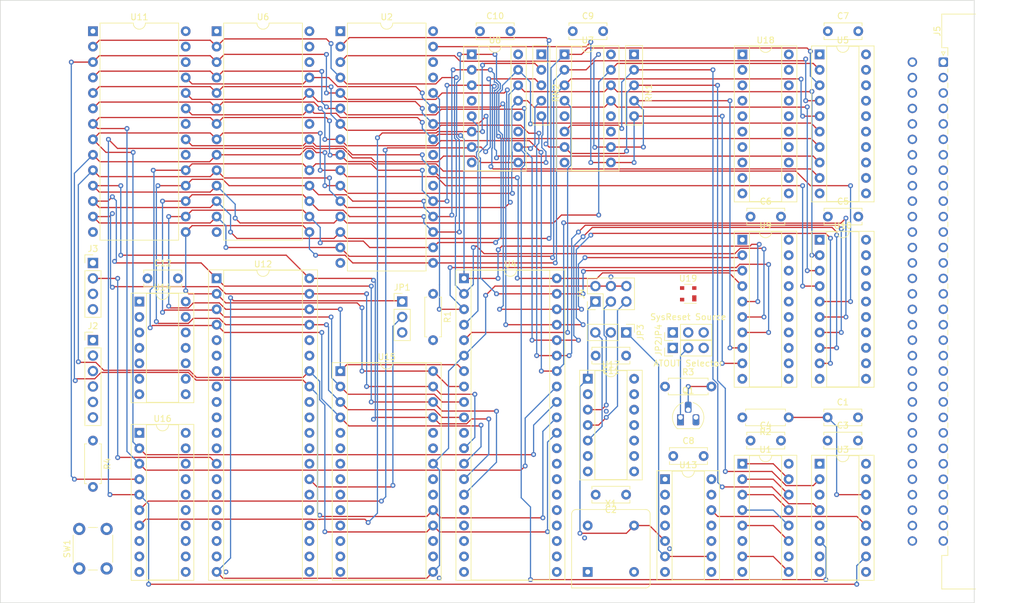
<source format=kicad_pcb>
(kicad_pcb (version 20221018) (generator pcbnew)
  (layers (0 "F.Cu" signal) (1 "In1.Cu" power) (2 "In2.Cu" power) (31 "B.Cu" signal) (34 "B.Paste" user) (35 "F.Paste" user) (36 "B.SilkS" user "B.Silkscreen") (37 "F.SilkS" user "F.Silkscreen") (38 "B.Mask" user) (39 "F.Mask" user) (44 "Edge.Cuts" user))
  (net 0 "")
  (net 1 "GND")
  (net 2 "+5V")
  (net 3 "/OD0")
  (net 4 "/OD2")
  (net 5 "/OD4")
  (net 6 "/OD6")
  (net 7 "/OA0")
  (net 8 "/OA2")
  (net 9 "/OA4")
  (net 10 "/OA6")
  (net 11 "/OA8")
  (net 12 "/OA10")
  (net 13 "/OA12")
  (net 14 "/OA14")
  (net 15 "/OA16")
  (net 16 "/OA18")
  (net 17 "/CM0")
  (net 18 "/CM2")
  (net 19 "/~{ADRSTB}")
  (net 20 "/~{DATACK}")
  (net 21 "/~{TRFERR}")
  (net 22 "/~{ATNRQ0}")
  (net 23 "/~{ATNRQ2}")
  (net 24 "/SYSCLK")
  (net 25 "/OD1")
  (net 26 "/OD3")
  (net 27 "/OD5")
  (net 28 "/OD7")
  (net 29 "/OA1")
  (net 30 "/OA3")
  (net 31 "/OA5")
  (net 32 "/OA7")
  (net 33 "/OA9")
  (net 34 "/OA11")
  (net 35 "/OA13")
  (net 36 "/OA15")
  (net 37 "/OA17")
  (net 38 "/OA19")
  (net 39 "/CM1")
  (net 40 "/~{DATSTB}")
  (net 41 "/~{SYSRST}")
  (net 42 "/~{ATNRQ1}")
  (net 43 "/SR_{RxD}")
  (net 44 "/~{BUSCLK}")
  (net 45 "/~{CLK}")
  (net 46 "/SR_{CLK}")
  (net 47 "/ZC_{0}")
  (net 48 "/~{RST}")
  (net 49 "/TRG_{0}")
  (net 50 "Net-(Q1-B)")
  (net 51 "/ATOUT")
  (net 52 "/SR_{TxD}")
  (net 53 "/~{INT}")
  (net 54 "/A17")
  (net 55 "/A16")
  (net 56 "/A14")
  (net 57 "/A15")
  (net 58 "/A21")
  (net 59 "/A20")
  (net 60 "/A18")
  (net 61 "/A19")
  (net 62 "/A11")
  (net 63 "/A12")
  (net 64 "/A13")
  (net 65 "/A14_{CPU}")
  (net 66 "/A15_{CPU}")
  (net 67 "/D4")
  (net 68 "/D3")
  (net 69 "/D5")
  (net 70 "/D6")
  (net 71 "/D2")
  (net 72 "/D7")
  (net 73 "/D0")
  (net 74 "/D1")
  (net 75 "/~{HALT}")
  (net 76 "/~{MREQ}")
  (net 77 "/~{IORQ}")
  (net 78 "/~{RD}")
  (net 79 "/~{WR}")
  (net 80 "/~{BWT}")
  (net 81 "/~{M1}")
  (net 82 "/~{RFSH}")
  (net 83 "/A0")
  (net 84 "/A1")
  (net 85 "/A2")
  (net 86 "/A3")
  (net 87 "/A4")
  (net 88 "/A5")
  (net 89 "/A6")
  (net 90 "/A7")
  (net 91 "/A8")
  (net 92 "/A9")
  (net 93 "/A10")
  (net 94 "/~{MMU}_{EN}")
  (net 95 "/~{MMU}_{WR}")
  (net 96 "/~{RAM}")
  (net 97 "/~{ROM}_{0}")
  (net 98 "/~{ROM}_{1}")
  (net 99 "/KB_{RxD}")
  (net 100 "/KB_{CLK}")
  (net 101 "/~{SR_{CTS}}")
  (net 102 "/~{SR_{RTS}}")
  (net 103 "/~{SIO}_{EN}")
  (net 104 "/~{CTC}_{EN}")
  (net 105 "/ATIN")
  (net 106 "/RD")
  (net 107 "/~{ENDR}")
  (net 108 "/~{DS}")
  (net 109 "/~{AS}")
  (net 110 "/DT")
  (net 111 "/ERR")
  (net 112 "/~{MMU}_{CTRL}")
  (net 113 "/~{MBUS}")
  (net 115 "/CYEND")
  (net 118 "Net-(U3-I6)")
  (net 120 "Net-(J2-Pin_4)")
  (net 135 "Net-(JP2-C)")
  (net 137 "Net-(U12-IEI)")
  (net 147 "Net-(U12-~{DCDB})")
  (net 159 "/~{CLK_2}")
  (net 160 "/~{CLK_4}")
  (net 161 "/~{CLK_8}")
  (net 162 "/BUSCLK")
  (net 163 "/~{RST}_{Man}")
  (footprint "Capacitor_THT:C_Disc_D6.0mm_W2.5mm_P5.00mm" (layer "F.Cu") (at 179.15 92.71)
    (fp_text reference "C8")
    (fp_text value "C")
  )
  (footprint "Connector_PinHeader_2.54mm:PinHeader_1x03_P2.54mm_Vertical" (layer "F.Cu") (at 179.07 72.39 90)
    (fp_text reference "JP4")
    (fp_text value "SysReset Source")
  )
  (footprint "Connector_PinHeader_2.54mm:PinHeader_1x03_P2.54mm_Vertical" (layer "F.Cu") (at 134.62 67.31)
    (fp_text reference "JP1")
    (fp_text value "UART Clock")
  )
  (footprint "Capacitor_THT:C_Disc_D6.0mm_W2.5mm_P5.00mm" (layer "F.Cu") (at 204.55 53.34)
    (fp_text reference "C5")
    (fp_text value "C")
  )
  (footprint "Resistor_THT:R_Axial_DIN0207_L6.3mm_D2.5mm_P7.62mm_Horizontal" (layer "F.Cu") (at 83.82 90.17 -90)
    (fp_text reference "R4")
    (fp_text value "1K")
  )
  (footprint "Package_DIP:DIP-20_W7.62mm_Socket" (layer "F.Cu") (at 91.44 88.9)
    (fp_text reference "U16")
    (fp_text value "GAL16V8")
  )
  (footprint "Package_DIP:DIP-20_W7.62mm_Socket" (layer "F.Cu") (at 203.2 57.15)
    (fp_text reference "U10")
    (fp_text value "74HC245")
  )
  (footprint "Connector_PinHeader_2.54mm:PinHeader_2x03_P2.54mm_Vertical" (layer "F.Cu") (at 166.37 67.31 90)
    (fp_text reference "J4")
    (fp_text value "Clock Divider")
  )
  (footprint "Package_DIP:DIP-14_W7.62mm_Socket" (layer "F.Cu") (at 165.11 80.005)
    (fp_text reference "U17")
    (fp_text value "74LS393")
  )
  (footprint "Button_Switch_THT:SW_PUSH_6mm" (layer "F.Cu") (at 81.57 111.2 90)
    (fp_text reference "SW1")
    (fp_text value "Reset")
  )
  (footprint "Package_DIP:DIP-14_W7.62mm_Socket" (layer "F.Cu") (at 177.8 96.52)
    (fp_text reference "U13")
    (fp_text value "74HC14")
  )
  (footprint "Connector_PinHeader_2.54mm:PinHeader_1x03_P2.54mm_Vertical" (layer "F.Cu") (at 171.435 72.39 -90)
    (fp_text reference "JP3")
    (fp_text value "CTC Source")
  )
  (footprint "Package_DIP:DIP-32_W15.24mm" (layer "F.Cu") (at 124.46 22.86)
    (fp_text reference "U2")
    (fp_text value "BS62LV1027")
  )
  (footprint "Package_DIP:DIP-20_W7.62mm_Socket" (layer "F.Cu") (at 203.2 26.67)
    (fp_text reference "U5")
    (fp_text value "74HC245")
  )
  (footprint "Resistor_THT:R_Array_SIP5" (layer "F.Cu") (at 157.48 26.67 -90)
    (fp_text reference "RN2")
    (fp_text value "R_Network04")
  )
  (footprint "Capacitor_THT:C_Disc_D6.0mm_W2.5mm_P5.00mm" (layer "F.Cu") (at 171.41 76.2 180)
    (fp_text reference "C11")
    (fp_text value "C")
  )
  (footprint "Package_DIP:DIP-20_W7.62mm_Socket" (layer "F.Cu") (at 190.5 57.15)
    (fp_text reference "U9")
    (fp_text value "74HC245")
  )
  (footprint "Capacitor_THT:C_Disc_D6.0mm_W2.5mm_P5.00mm" (layer "F.Cu") (at 204.51 86.36)
    (fp_text reference "C1")
    (fp_text value "180")
  )
  (footprint "Package_TO_SOT_SMD:SOT-143" (layer "F.Cu") (at 181.61 66.04 180)
    (fp_text reference "U19")
    (fp_text value "MAX811LEUS-T")
  )
  (footprint "Connector_PinHeader_2.54mm:PinHeader_1x04_P2.54mm_Vertical" (layer "F.Cu") (at 83.82 60.96)
    (fp_text reference "J3")
    (fp_text value "Keyboard Connector Pins")
  )
  (footprint "Resistor_THT:R_Axial_DIN0207_L6.3mm_D2.5mm_P7.62mm_Horizontal" (layer "F.Cu") (at 198.12 86.36 180)
    (fp_text reference "R2")
    (fp_text value "220")
  )
  (footprint "Capacitor_THT:C_Disc_D6.0mm_W2.5mm_P5.00mm" (layer "F.Cu") (at 162.64 22.86)
    (fp_text reference "C9")
    (fp_text value "C")
  )
  (footprint "Package_DIP:DIP-16_W7.62mm_Socket" (layer "F.Cu") (at 161.29 26.67)
    (fp_text reference "U7")
    (fp_text value "74LS670")
  )
  (footprint "Package_DIP:DIP-20_W7.62mm_Socket" (layer "F.Cu") (at 190.51 26.675)
    (fp_text reference "U18")
    (fp_text value "GAL16V8")
  )
  (footprint "Capacitor_THT:C_Disc_D6.0mm_W2.5mm_P5.00mm" (layer "F.Cu") (at 191.85 90.17)
    (fp_text reference "C4")
    (fp_text value "C")
  )
  (footprint "Capacitor_THT:C_Disc_D6.0mm_W2.5mm_P5.00mm" (layer "F.Cu") (at 191.85 53.34)
    (fp_text reference "C6")
    (fp_text value "C")
  )
  (footprint "Capacitor_THT:C_Disc_D6.0mm_W2.5mm_P5.00mm" (layer "F.Cu") (at 147.4 22.86)
    (fp_text reference "C10")
    (fp_text value "C")
  )
  (footprint "Package_DIP:DIP-14_W7.62mm_Socket" (layer "F.Cu") (at 91.44 67.31)
    (fp_text reference "U14")
    (fp_text value "74HC74")
  )
  (footprint "Connector_PinHeader_2.54mm:PinHeader_1x03_P2.54mm_Vertical" (layer "F.Cu") (at 179.07 74.93 90)
    (fp_text reference "JP2")
    (fp_text value "ATOUT Selector")
  )
  (footprint "Connector_DIN:DIN41612_C_2x32_Male_Horizontal_THT" (layer "F.Cu") (at 223.52 27.94 -90)
    (fp_text reference "J5")
    (fp_text value "DIN41612_02x32_AC")
  )
  (footprint "Package_TO_SOT_THT:TO-92_HandSolder" (layer "F.Cu") (at 180.34 86.36)
    (fp_text reference "Q1")
    (fp_text value "NPN")
  )
  (footprint "Oscillator:Oscillator_DIP-8" (layer "F.Cu") (at 165.1 111.76)
    (fp_text reference "X1")
    (fp_text value "CXO_DIP8")
  )
  (footprint "Capacitor_THT:C_Disc_D6.0mm_W2.5mm_P5.00mm" (layer "F.Cu") (at 171.41 99.06 180)
    (fp_text reference "C2")
    (fp_text value "100n")
  )
  (footprint "Package_DIP:DIP-16_W7.62mm_Socket" (layer "F.Cu") (at 203.2 93.98)
    (fp_text reference "U3")
    (fp_text value "74LS367")
  )
  (footprint "Capacitor_THT:C_Disc_D6.0mm_W2.5mm_P5.00mm" (layer "F.Cu") (at 204.51 90.17)
    (fp_text reference "C3")
    (fp_text value "C")
  )
  (footprint "Capacitor_THT:C_Disc_D6.0mm_W2.5mm_P5.00mm" (layer "F.Cu") (at 204.55 22.86)
    (fp_text reference "C7")
    (fp_text value "C")
  )
  (footprint "Package_DIP:DIP-28_W15.24mm" (layer "F.Cu") (at 83.82 22.86)
    (fp_text reference "U11")
    (fp_text value "AT28C64B-15PU")
  )
  (footprint "Connector_PinHeader_2.54mm:PinHeader_1x06_P2.54mm_Vertical" (layer "F.Cu") (at 83.82 73.66)
    (fp_text reference "J2")
    (fp_text value "Serial Connector")
  )
  (footprint "Package_DIP:DIP-28_W15.24mm" (layer "F.Cu") (at 104.14 22.86)
    (fp_text reference "U6")
    (fp_text value "AT28C64B-15PU")
  )
  (footprint "Resistor_THT:R_Axial_DIN0207_L6.3mm_D2.5mm_P7.62mm_Horizontal" (layer "F.Cu") (at 177.8 81.28)
    (fp_text reference "R3")
    (fp_text value "R")
  )
  (footprint "Capacitor_THT:C_Disc_D6.0mm_W2.5mm_P5.00mm" (layer "F.Cu") (at 92.79 63.5)
    (fp_text reference "C12")
    (fp_text value "C")
  )
  (footprint "Resistor_THT:R_Axial_DIN0207_L6.3mm_D2.5mm_P7.62mm_Horizontal" (layer "F.Cu") (at 139.7 66.04 -90)
    (fp_text reference "R1")
    (fp_text value "10k")
  )
  (footprint "Package_DIP:DIP-40_W15.24mm_Socket" (layer "F.Cu") (at 104.14 63.5)
    (fp_text reference "U12")
    (fp_text value "Z84C4010")
  )
  (footprint "Resistor_THT:R_Array_SIP5" (layer "F.Cu") (at 172.72 26.67 -90)
    (fp_text reference "RN1")
    (fp_text value "R_Network04")
  )
  (footprint "Package_DIP:DIP-16_W7.62mm_Socket" (layer "F.Cu") (at 146.05 26.67)
    (fp_text reference "U8")
    (fp_text value "74LS670")
  )
  (footprint "Package_DIP:DIP-28_W15.24mm_Socket" (layer "F.Cu") (at 124.46 78.74)
    (fp_text reference "U15")
    (fp_text value "Z8430")
  )
  (footprint "Package_DIP:DIP-16_W7.62mm_Socket" (layer "F.Cu") (at 190.5 93.98)
    (fp_text reference "U1")
    (fp_text value "74LS367")
  )
  (footprint "Package_DIP:DIP-40_W15.24mm_Socket" (layer "F.Cu") (at 144.78 63.5)
    (fp_text reference "U4")
    (fp_text value "Z80CPU")
  )
  (gr_rect locked (start 68.6 17.78) (end 228.6 116.84) (stroke (width 0.1)) (fill none) (layer "Edge.Cuts"))
  (via (at 140.716 112.776) (size 0.8) (drill 0.4) (layers "F.Cu" "B.Cu") (net 0))
  (via (at 105.664 111.76) (size 0.8) (drill 0.4) (layers "F.Cu" "B.Cu") (net 0))
  (via (at 164.592 106.172) (size 0.8) (drill 0.4) (layers "F.Cu" "B.Cu") (net 1))
  (via (at 168.91 63.246) (size 0.8) (drill 0.4) (layers "F.Cu" "B.Cu") (net 1))
  (via (at 168.148 85.344) (size 0.8) (drill 0.4) (layers "F.Cu" "B.Cu") (net 1))
  (via (at 178.562 107.95) (size 0.8) (drill 0.4) (layers "F.Cu" "B.Cu") (net 1))
  (segment (start 190.5 109.22) (end 195.58 109.22) (width 0.2) (layer "F.Cu") (net 18))
  (segment (start 195.58 109.22) (end 198.12 111.76) (width 0.2) (layer "F.Cu") (net 18))
  (segment (start 195.58 104.14) (end 198.12 106.68) (width 0.2) (layer "F.Cu") (net 19))
  (segment (start 190.5 104.14) (end 195.58 104.14) (width 0.2) (layer "F.Cu") (net 19))
  (segment (start 190.5 99.06) (end 195.58 99.06) (width 0.2) (layer "F.Cu") (net 40))
  (segment (start 195.58 99.06) (end 198.12 101.6) (width 0.2) (layer "F.Cu") (net 40))
  (segment (start 172.72 104.14) (end 175.26 104.14) (width 0.2) (layer "F.Cu") (net 44))
  (segment (start 175.26 104.14) (end 177.8 106.68) (width 0.2) (layer "F.Cu") (net 44))
  (segment (start 163.83 105.41) (end 171.45 105.41) (width 0.2) (layer "F.Cu") (net 44))
  (segment (start 171.45 105.41) (end 172.72 104.14) (width 0.2) (layer "F.Cu") (net 44))
  (via (at 163.83 105.41) (size 0.8) (drill 0.4) (layers "F.Cu" "B.Cu") (net 44))
  (segment (start 163.83 81.285) (end 163.83 105.41) (width 0.2) (layer "B.Cu") (net 44))
  (segment (start 165.11 68.57) (end 166.37 67.31) (width 0.2) (layer "B.Cu") (net 44))
  (segment (start 165.11 80.005) (end 163.83 81.285) (width 0.2) (layer "B.Cu") (net 44))
  (segment (start 165.11 80.005) (end 165.11 68.57) (width 0.2) (layer "B.Cu") (net 44))
  (segment (start 149.86 64.77) (end 148.336 66.294) (width 0.2) (layer "F.Cu") (net 45))
  (segment (start 138.65 112.81) (end 105.19 112.81) (width 0.2) (layer "F.Cu") (net 45))
  (segment (start 168.91 64.77) (end 166.37 64.77) (width 0.2) (layer "F.Cu") (net 45))
  (segment (start 166.37 64.77) (end 149.86 64.77) (width 0.2) (layer "F.Cu") (net 45))
  (segment (start 106.916999 67.180499) (end 106.426 66.6895) (width 0.2) (layer "F.Cu") (net 45))
  (segment (start 134.490499 67.180499) (end 106.916999 67.180499) (width 0.2) (layer "F.Cu") (net 45))
  (segment (start 105.19 112.81) (end 104.14 111.76) (width 0.2) (layer "F.Cu") (net 45))
  (segment (start 134.62 67.31) (end 134.490499 67.180499) (width 0.2) (layer "F.Cu") (net 45))
  (segment (start 171.45 64.77) (end 168.91 64.77) (width 0.2) (layer "F.Cu") (net 45))
  (segment (start 139.7 111.76) (end 138.65 112.81) (width 0.2) (layer "F.Cu") (net 45))
  (via (at 106.426 66.6895) (size 0.8) (drill 0.4) (layers "F.Cu" "B.Cu") (net 45))
  (via (at 148.336 66.294) (size 0.8) (drill 0.4) (layers "F.Cu" "B.Cu") (net 45))
  (segment (start 142.24 78.74) (end 142.24 91.44) (width 0.2) (layer "B.Cu") (net 45))
  (segment (start 104.14 111.76) (end 106.426 109.474) (width 0.2) (layer "B.Cu") (net 45))
  (segment (start 106.426 109.474) (end 106.426 66.6895) (width 0.2) (layer "B.Cu") (net 45))
  (segment (start 142.24 91.44) (end 139.7 93.98) (width 0.2) (layer "B.Cu") (net 45))
  (segment (start 148.336 72.644) (end 148.336 66.294) (width 0.2) (layer "B.Cu") (net 45))
  (segment (start 144.78 76.2) (end 142.24 78.74) (width 0.2) (layer "B.Cu") (net 45))
  (segment (start 139.7 93.98) (end 140.75 95.03) (width 0.2) (layer "B.Cu") (net 45))
  (segment (start 140.75 95.03) (end 140.75 110.71) (width 0.2) (layer "B.Cu") (net 45))
  (segment (start 144.78 76.2) (end 148.336 72.644) (width 0.2) (layer "B.Cu") (net 45))
  (segment (start 140.75 110.71) (end 139.7 111.76) (width 0.2) (layer "B.Cu") (net 45))
  (segment (start 120.65 97.79) (end 132.842 97.79) (width 0.2) (layer "F.Cu") (net 46))
  (segment (start 132.842 97.79) (end 133.096 97.536) (width 0.2) (layer "F.Cu") (net 46))
  (segment (start 119.38 96.52) (end 120.65 97.79) (width 0.2) (layer "F.Cu") (net 46))
  (via (at 133.096 97.536) (size 0.8) (drill 0.4) (layers "F.Cu" "B.Cu") (net 46))
  (segment (start 133.096 71.374) (end 133.096 97.536) (width 0.2) (layer "B.Cu") (net 46))
  (segment (start 134.62 69.85) (end 133.096 71.374) (width 0.2) (layer "B.Cu") (net 46))
  (segment (start 185.42 81.28) (end 181.61 81.28) (width 0.2) (layer "F.Cu") (net 50))
  (via (at 181.61 81.28) (size 0.8) (drill 0.4) (layers "F.Cu" "B.Cu") (net 50))
  (segment (start 181.61 85.09) (end 181.61 81.28) (width 0.2) (layer "B.Cu") (net 50))
  (segment (start 202.15 100.55) (end 203.2 101.6) (width 0.2) (layer "F.Cu") (net 54))
  (segment (start 195.365075 97.79) (end 198.125075 100.55) (width 0.2) (layer "F.Cu") (net 54))
  (segment (start 172.72 29.21) (end 185.674 29.21) (width 0.2) (layer "F.Cu") (net 54))
  (segment (start 162.34 38.32) (end 170.146 38.32) (width 0.2) (layer "F.Cu") (net 54))
  (segment (start 187.198 97.79) (end 195.365075 97.79) (width 0.2) (layer "F.Cu") (net 54))
  (segment (start 161.29 39.37) (end 162.34 38.32) (width 0.2) (layer "F.Cu") (net 54))
  (segment (start 198.125075 100.55) (end 202.15 100.55) (width 0.2) (layer "F.Cu") (net 54))
  (segment (start 170.146 38.32) (end 170.688 38.862) (width 0.2) (layer "F.Cu") (net 54))
  (via (at 170.688 38.862) (size 0.8) (drill 0.4) (layers "F.Cu" "B.Cu") (net 54))
  (via (at 185.674 29.21) (size 0.8) (drill 0.4) (layers "F.Cu" "B.Cu") (net 54))
  (via (at 187.198 97.79) (size 0.8) (drill 0.4) (layers "F.Cu" "B.Cu") (net 54))
  (segment (start 170.688 31.242) (end 172.72 29.21) (width 0.2) (layer "B.Cu") (net 54))
  (segment (start 170.688 38.862) (end 170.688 31.242) (width 0.2) (layer "B.Cu") (net 54))
  (segment (start 186.47 97.062) (end 187.198 97.79) (width 0.2) (layer "B.Cu") (net 54))
  (segment (start 185.674 80.049075) (end 186.47 80.845075) (width 0.2) (layer "B.Cu") (net 54))
  (segment (start 185.674 29.21) (end 185.674 80.049075) (width 0.2) (layer "B.Cu") (net 54))
  (segment (start 186.47 80.845075) (end 186.47 97.062) (width 0.2) (layer "B.Cu") (net 54))
  (segment (start 172.72 31.75) (end 186.436 31.75) (width 0.2) (layer "F.Cu") (net 55))
  (segment (start 162.34 42.96) (end 171.090189 42.96) (width 0.2) (layer "F.Cu") (net 55))
  (segment (start 202.15 97.57) (end 203.2 96.52) (width 0.2) (layer "F.Cu") (net 55))
  (segment (start 161.29 41.91) (end 158.75 41.91) (width 0.2) (layer "F.Cu") (net 55))
  (segment (start 124.46 25.4) (end 125.95 23.91) (width 0.2) (layer "F.Cu") (net 55))
  (segment (start 187.706 95.25) (end 195.365075 95.25) (width 0.2) (layer "F.Cu") (net 55))
  (segment (start 195.365075 95.25) (end 197.685075 97.57) (width 0.2) (layer "F.Cu") (net 55))
  (segment (start 125.95 23.91) (end 158.276 23.91) (width 0.2) (layer "F.Cu") (net 55))
  (segment (start 158.75 41.91) (end 158.242 41.402) (width 0.2) (layer "F.Cu") (net 55))
  (segment (start 158.276 23.91) (end 158.75 24.384) (width 0.2) (layer "F.Cu") (net 55))
  (segment (start 197.685075 97.57) (end 202.15 97.57) (width 0.2) (layer "F.Cu") (net 55))
  (segment (start 161.29 41.91) (end 162.34 42.96) (width 0.2) (layer "F.Cu") (net 55))
  (segment (start 171.090189 42.96) (end 171.490689 42.5595) (width 0.2) (layer "F.Cu") (net 55))
  (via (at 171.490689 42.5595) (size 0.8) (drill 0.4) (layers "F.Cu" "B.Cu") (net 55))
  (via (at 158.242 41.402) (size 0.8) (drill 0.4) (layers "F.Cu" "B.Cu") (net 55))
  (via (at 187.706 95.25) (size 0.8) (drill 0.4) (layers "F.Cu" "B.Cu") (net 55))
  (via (at 186.436 31.75) (size 0.8) (drill 0.4) (layers "F.Cu" "B.Cu") (net 55))
  (via (at 158.75 24.384) (size 0.8) (drill 0.4) (layers "F.Cu" "B.Cu") (net 55))
  (segment (start 158.53 41.114) (end 158.242 41.402) (width 0.2) (layer "B.Cu") (net 55))
  (segment (start 158.53 24.604) (end 158.53 41.114) (width 0.2) (layer "B.Cu") (net 55))
  (segment (start 172.72 31.75) (end 171.490689 32.979311) (width 0.2) (layer "B.Cu") (net 55))
  (segment (start 187.706 81.586806) (end 187.706 95.25) (width 0.2) (layer "B.Cu") (net 55))
  (segment (start 158.75 24.384) (end 158.53 24.604) (width 0.2) (layer "B.Cu") (net 55))
  (segment (start 171.490689 32.979311) (end 171.490689 42.5595) (width 0.2) (layer "B.Cu") (net 55))
  (segment (start 186.436 80.316806) (end 187.706 81.586806) (width 0.2) (layer "B.Cu") (net 55))
  (segment (start 186.436 31.75) (end 186.436 80.316806) (width 0.2) (layer "B.Cu") (net 55))
  (segment (start 124.46 27.94) (end 125.51 26.89) (width 0.2) (layer "F.Cu") (net 56))
  (segment (start 125.51 26.89) (end 143.222 26.89) (width 0.2) (layer "F.Cu") (net 56))
  (segment (start 168.91 41.91) (end 166.298189 41.91) (width 0.2) (layer "F.Cu") (net 56))
  (segment (start 143.222 26.89) (end 144.1305 27.7985) (width 0.2) (layer "F.Cu") (net 56))
  (segment (start 165.7495 27.7985) (end 166.878 26.67) (width 0.2) (layer "F.Cu") (net 56))
  (segment (start 188.468 74.93) (end 190.5 74.93) (width 0.2) (layer "F.Cu") (net 56))
  (segment (start 166.298189 41.91) (end 166.2575 41.950689) (width 0.2) (layer "F.Cu") (net 56))
  (segment (start 168.91 41.91) (end 174.244 41.91) (width 0.2) (layer "F.Cu") (net 56))
  (segment (start 144.1305 27.7985) (end 165.7495 27.7985) (width 0.2) (layer "F.Cu") (net 56))
  (segment (start 172.72 34.29) (end 188.468 34.29) (width 0.2) (layer "F.Cu") (net 56))
  (via (at 188.468 74.93) (size 0.8) (drill 0.4) (layers "F.Cu" "B.Cu") (net 56))
  (via (at 174.244 41.91) (size 0.8) (drill 0.4) (layers "F.Cu" "B.Cu") (net 56))
  (via (at 188.468 34.29) (size 0.8) (drill 0.4) (layers "F.Cu" "B.Cu") (net 56))
  (via (at 166.878 26.67) (size 0.8) (drill 0.4) (layers "F.Cu" "B.Cu") (net 56))
  (via (at 166.2575 41.950689) (size 0.8) (drill 0.4) (layers "F.Cu" "B.Cu") (net 56))
  (segment (start 188.468 34.29) (end 188.468 54.864) (width 0.2) (layer "B.Cu") (net 56))
  (segment (start 166.878 26.67) (end 166.116 27.432) (width 0.2) (layer "B.Cu") (net 56))
  (segment (start 166.116 41.809189) (end 166.2575 41.950689) (width 0.2) (layer "B.Cu") (net 56))
  (segment (start 188.468 54.864) (end 188.468 74.93) (width 0.2) (layer "B.Cu") (net 56))
  (segment (start 174.244 35.814) (end 172.72 34.29) (width 0.2) (layer "B.Cu") (net 56))
  (segment (start 166.116 27.432) (end 166.116 41.809189) (width 0.2) (layer "B.Cu") (net 56))
  (segment (start 174.244 41.91) (end 174.244 35.814) (width 0.2) (layer "B.Cu") (net 56))
  (segment (start 164.846 25.4) (end 165.608 24.638) (width 0.2) (layer "F.Cu") (net 57))
  (segment (start 139.7 25.4) (end 164.846 25.4) (width 0.2) (layer "F.Cu") (net 57))
  (segment (start 165.608 44.45) (end 168.91 44.45) (width 0.2) (layer "F.Cu") (net 57))
  (segment (start 187.198 77.47) (end 190.5 77.47) (width 0.2) (layer "F.Cu") (net 57))
  (segment (start 168.91 44.45) (end 172.72 44.45) (width 0.2) (layer "F.Cu") (net 57))
  (segment (start 172.72 36.83) (end 187.198 36.83) (width 0.2) (layer "F.Cu") (net 57))
  (via (at 165.608 24.638) (size 0.8) (drill 0.4) (layers "F.Cu" "B.Cu") (net 57))
  (via (at 172.72 44.45) (size 0.8) (drill 0.4) (layers "F.Cu" "B.Cu") (net 57))
  (via (at 187.198 77.47) (size 0.8) (drill 0.4) (layers "F.Cu" "B.Cu") (net 57))
  (via (at 187.198 36.83) (size 0.8) (drill 0.4) (layers "F.Cu" "B.Cu") (net 57))
  (via (at 165.608 44.45) (size 0.8) (drill 0.4) (layers "F.Cu" "B.Cu") (net 57))
  (segment (start 172.72 44.45) (end 172.72 36.83) (width 0.2) (layer "B.Cu") (net 57))
  (segment (start 165.608 24.638) (end 165.608 44.45) (width 0.2) (layer "B.Cu") (net 57))
  (segment (start 187.198 36.83) (end 187.198 77.47) (width 0.2) (layer "B.Cu") (net 57))
  (segment (start 156.43 28.16) (end 148.116 28.16) (width 0.2) (layer "F.Cu") (net 58))
  (segment (start 119.848925 103.124) (end 119.814925 103.09) (width 0.2) (layer "F.Cu") (net 58))
  (segment (start 157.48 29.21) (end 156.43 28.16) (width 0.2) (layer "F.Cu") (net 58))
  (segment (start 128.49 103.09) (end 121.124 103.09) (width 0.2) (layer "F.Cu") (net 58))
  (segment (start 119.814925 103.09) (end 92.49 103.09) (width 0.2) (layer "F.Cu") (net 58))
  (segment (start 129.032 103.632) (end 128.49 103.09) (width 0.2) (layer "F.Cu") (net 58))
  (segment (start 131.352 39.59) (end 130.556 40.386) (width 0.2) (layer "F.Cu") (net 58))
  (segment (start 140.228975 39.59) (end 131.352 39.59) (width 0.2) (layer "F.Cu") (net 58))
  (segment (start 148.116 28.16) (end 147.828 28.448) (width 0.2) (layer "F.Cu") (net 58))
  (segment (start 92.49 103.09) (end 91.44 104.14) (width 0.2) (layer "F.Cu") (net 58))
  (segment (start 146.05 39.37) (end 140.448975 39.37) (width 0.2) (layer "F.Cu") (net 58))
  (segment (start 140.448975 39.37) (end 140.228975 39.59) (width 0.2) (layer "F.Cu") (net 58))
  (segment (start 121.09 103.124) (end 119.848925 103.124) (width 0.2) (layer "F.Cu") (net 58))
  (segment (start 146.05 39.37) (end 147.828 39.37) (width 0.2) (layer "F.Cu") (net 58))
  (segment (start 121.124 103.09) (end 121.09 103.124) (width 0.2) (layer "F.Cu") (net 58))
  (via (at 147.828 39.37) (size 0.8) (drill 0.4) (layers "F.Cu" "B.Cu") (net 58))
  (via (at 130.556 40.386) (size 0.8) (drill 0.4) (layers "F.Cu" "B.Cu") (net 58))
  (via (at 147.828 28.448) (size 0.8) (drill 0.4) (layers "F.Cu" "B.Cu") (net 58))
  (via (at 129.032 103.632) (size 0.8) (drill 0.4) (layers "F.Cu" "B.Cu") (net 58))
  (segment (start 130.556 40.386) (end 130.556 102.108) (width 0.2) (layer "B.Cu") (net 58))
  (segment (start 147.758931 28.517069) (end 147.828 28.448) (width 0.2) (layer "B.Cu") (net 58))
  (segment (start 130.556 102.108) (end 129.032 103.632) (width 0.2) (layer "B.Cu") (net 58))
  (segment (start 147.828 39.37) (end 147.758931 39.300931) (width 0.2) (layer "B.Cu") (net 58))
  (segment (start 147.758931 39.300931) (end 147.758931 28.517069) (width 0.2) (layer "B.Cu") (net 58))
  (segment (start 145.920499 42.039501) (end 132.204499 42.039501) (width 0.2) (layer "F.Cu") (net 59))
  (segment (start 91.44 101.6) (end 92.923311 100.116689) (width 0.2) (layer "F.Cu") (net 59))
  (segment (start 157.48 31.75) (end 156.43 30.7) (width 0.2) (layer "F.Cu") (net 59))
  (segment (start 156.43 30.7) (end 148.844 30.7) (width 0.2) (layer "F.Cu") (net 59))
  (segment (start 147.574 41.91) (end 148.336 42.672) (width 0.2) (layer "F.Cu") (net 59))
  (segment (start 146.05 41.91) (end 147.574 41.91) (width 0.2) (layer "F.Cu") (net 59))
  (segment (start 146.05 41.91) (end 145.920499 42.039501) (width 0.2) (layer "F.Cu") (net 59))
  (segment (start 92.923311 100.116689) (end 131.2055 100.116689) (width 0.2) (layer "F.Cu") (net 59))
  (segment (start 132.204499 42.039501) (end 131.826 42.418) (width 0.2) (layer "F.Cu") (net 59))
  (via (at 148.844 30.7) (size 0.8) (drill 0.4) (layers "F.Cu" "B.Cu") (net 59))
  (via (at 148.336 42.672) (size 0.8) (drill 0.4) (layers "F.Cu" "B.Cu") (net 59))
  (via (at 131.826 42.418) (size 0.8) (drill 0.4) (layers "F.Cu" "B.Cu") (net 59))
  (via (at 131.2055 100.116689) (size 0.8) (drill 0.4) (layers "F.Cu" "B.Cu") (net 59))
  (segment (start 149.098 41.91) (end 148.336 42.672) (width 0.2) (layer "B.Cu") (net 59))
  (segment (start 131.921501 42.513501) (end 131.921501 99.400688) (width 0.2) (layer "B.Cu") (net 59))
  (segment (start 131.826 42.418) (end 131.921501 42.513501) (width 0.2) (layer "B.Cu") (net 59))
  (segment (start 131.921501 99.400688) (end 131.2055 100.116689) (width 0.2) (layer "B.Cu") (net 59))
  (segment (start 149.098 30.954) (end 149.098 41.91) (width 0.2) (layer "B.Cu") (net 59))
  (segment (start 148.844 30.7) (end 149.098 30.954) (width 0.2) (layer "B.Cu") (net 59))
  (segment (start 155.448 41.91) (end 153.67 41.91) (width 0.2) (layer "F.Cu") (net 60))
  (segment (start 204.216 113.03) (end 155.702 113.03) (width 0.2) (layer "F.Cu") (net 60))
  (segment (start 155.702 42.164) (end 155.448 41.91) (width 0.2) (layer "F.Cu") (net 60))
  (via (at 204.216 113.03) (size 0.8) (drill 0.4) (layers "F.Cu" "B.Cu") (net 60))
  (via (at 155.702 113.03) (size 0.8) (drill 0.4) (layers "F.Cu" "B.Cu") (net 60))
  (via (at 155.702 42.164) (size 0.8) (drill 0.4) (layers "F.Cu" "B.Cu") (net 60))
  (segment (start 154.178 45.426925) (end 154.72 44.884925) (width 0.2) (layer "B.Cu") (net 60))
  (segment (start 156.43 35.34) (end 156.43 41.436) (width 0.2) (layer "B.Cu") (net 60))
  (segment (start 204.25 112.996) (end 204.216 113.03) (width 0.2) (layer "B.Cu") (net 60))
  (segment (start 204.25 107.73) (end 204.25 112.996) (width 0.2) (layer "B.Cu") (net 60))
  (segment (start 154.72 44.884925) (end 154.72 42.96) (width 0.2) (layer "B.Cu") (net 60))
  (segment (start 157.48 34.29) (end 156.43 35.34) (width 0.2) (layer "B.Cu") (net 60))
  (segment (start 203.2 106.68) (end 204.25 107.73) (width 0.2) (layer "B.Cu") (net 60))
  (segment (start 154.178 99.568) (end 154.178 45.426925) (width 0.2) (layer "B.Cu") (net 60))
  (segment (start 154.72 42.96) (end 153.67 41.91) (width 0.2) (layer "B.Cu") (net 60))
  (segment (start 156.43 41.436) (end 155.702 42.164) (width 0.2) (layer "B.Cu") (net 60))
  (segment (start 155.702 101.092) (end 154.178 99.568) (width 0.2) (layer "B.Cu") (net 60))
  (segment (start 155.702 113.03) (end 155.702 101.092) (width 0.2) (layer "B.Cu") (net 60))
  (segment (start 153.67 44.45) (end 147.534925 44.45) (width 0.2) (layer "F.Cu") (net 61))
  (segment (start 140.484426 44.320499) (end 130.172499 44.320499) (width 0.2) (layer "F.Cu") (net 61))
  (segment (start 129.54 43.688) (end 126.452925 43.688) (width 0.2) (layer "F.Cu") (net 61))
  (segment (start 92.964 113.792) (end 209.296 113.792) (width 0.2) (layer "F.Cu") (net 61))
  (segment (start 119.959693 41.780499) (end 118.747501 41.780499) (width 0.2) (layer "F.Cu") (net 61))
  (segment (start 86.614 99.06) (end 91.44 99.06) (width 0.2) (layer "F.Cu") (net 61))
  (segment (start 126.452925 43.688) (end 124.894925 42.13) (width 0.2) (layer "F.Cu") (net 61))
  (segment (start 124.894925 42.13) (end 123.732 42.13) (width 0.2) (layer "F.Cu") (net 61))
  (segment (start 130.172499 44.320499) (end 129.54 43.688) (width 0.2) (layer "F.Cu") (net 61))
  (segment (start 120.343195 42.164) (end 119.959693 41.780499) (width 0.2) (layer "F.Cu") (net 61))
  (segment (start 158.242 44.45) (end 153.67 44.45) (width 0.2) (layer "F.Cu") (net 61))
  (segment (start 118.398 42.13) (end 87.85 42.13) (width 0.2) (layer "F.Cu") (net 61))
  (segment (start 123.991075 42.164) (end 123.698 42.164) (width 0.2) (layer "F.Cu") (net 61))
  (segment (start 141.404925 43.4) (end 140.484426 44.320499) (width 0.2) (layer "F.Cu") (net 61))
  (segment (start 118.747501 41.780499) (end 118.398 42.13) (width 0.2) (layer "F.Cu") (net 61))
  (segment (start 87.85 42.13) (end 86.36 40.64) (width 0.2) (layer "F.Cu") (net 61))
  (segment (start 123.698 42.164) (end 120.343195 42.164) (width 0.2) (layer "F.Cu") (net 61))
  (segment (start 123.732 42.13) (end 123.698 42.164) (width 0.2) (layer "F.Cu") (net 61))
  (segment (start 147.534925 44.45) (end 146.484925 43.4) (width 0.2) (layer "F.Cu") (net 61))
  (segment (start 146.484925 43.4) (end 141.404925 43.4) (width 0.2) (layer "F.Cu") (net 61))
  (via (at 92.964 113.792) (size 0.8) (drill 0.4) (layers "F.Cu" "B.Cu") (net 61))
  (via (at 158.242 44.45) (size 0.8) (drill 0.4) (layers "F.Cu" "B.Cu") (net 61))
  (via (at 86.36 40.64) (size 0.8) (drill 0.4) (layers "F.Cu" "B.Cu") (net 61))
  (via (at 209.296 113.792) (size 0.8) (drill 0.4) (layers "F.Cu" "B.Cu") (net 61))
  (via (at 86.614 99.06) (size 0.8) (drill 0.4) (layers "F.Cu" "B.Cu") (net 61))
  (segment (start 157.563059 40.065129) (end 157.563059 41.992352) (width 0.2) (layer "B.Cu") (net 61))
  (segment (start 86.36 98.806) (end 86.614 99.06) (width 0.2) (layer "B.Cu") (net 61))
  (segment (start 157.48 36.83) (end 157.729 37.079) (width 0.2) (layer "B.Cu") (net 61))
  (segment (start 91.44 99.06) (end 92.964 100.584) (width 0.2) (layer "B.Cu") (net 61))
  (segment (start 157.563059 41.992352) (end 158.242 42.671293) (width 0.2) (layer "B.Cu") (net 61))
  (segment (start 157.729 39.899188) (end 157.563059 40.065129) (width 0.2) (layer "B.Cu") (net 61))
  (segment (start 86.36 40.64) (end 86.36 98.806) (width 0.2) (layer "B.Cu") (net 61))
  (segment (start 209.296 113.792) (end 209.296 110.744) (width 0.2) (layer "B.Cu") (net 61))
  (segment (start 92.964 100.584) (end 92.964 113.792) (width 0.2) (layer "B.Cu") (net 61))
  (segment (start 209.296 110.744) (end 210.82 109.22) (width 0.2) (layer "B.Cu") (net 61))
  (segment (start 158.242 42.671293) (end 158.242 44.45) (width 0.2) (layer "B.Cu") (net 61))
  (segment (start 157.729 37.079) (end 157.729 39.899188) (width 0.2) (layer "B.Cu") (net 61))
  (segment (start 137.126 37.05) (end 137.922 37.846) (width 0.2) (layer "F.Cu") (net 62))
  (segment (start 99.06 35.56) (end 100.11 36.61) (width 0.2) (layer "F.Cu") (net 62))
  (segment (start 118.33 36.61) (end 119.38 35.56) (width 0.2) (layer "F.Cu") (net 62))
  (segment (start 120.179999 36.359999) (end 123.769999 36.359999) (width 0.2) (layer "F.Cu") (net 62))
  (segment (start 124.46 37.05) (end 137.126 37.05) (width 0.2) (layer "F.Cu") (net 62))
  (segment (start 123.769999 36.359999) (end 124.46 37.05) (width 0.2) (layer "F.Cu") (net 62))
  (segment (start 191.74973 58.2) (end 192.04923 57.9005) (width 0.2) (layer "F.Cu") (net 62))
  (segment (start 150.995189 58.2) (end 191.74973 58.2) (width 0.2) (layer "F.Cu") (net 62))
  (segment (start 193.04 67.31) (end 190.5 67.31) (width 0.2) (layer "F.Cu") (net 62))
  (segment (start 144.78 63.5) (end 150.368 63.5) (width 0.2) (layer "F.Cu") (net 62))
  (segment (start 100.11 36.61) (end 118.33 36.61) (width 0.2) (layer "F.Cu") (net 62))
  (segment (start 192.04923 57.9005) (end 193.271546 57.9005) (width 0.2) (layer "F.Cu") (net 62))
  (segment (start 150.408689 58.7865) (end 150.995189 58.2) (width 0.2) (layer "F.Cu") (net 62))
  (segment (start 119.38 35.56) (end 120.179999 36.359999) (width 0.2) (layer "F.Cu") (net 62))
  (segment (start 139.7 40.64) (end 140.535898 39.804102) (width 0.2) (layer "F.Cu") (net 62))
  (segment (start 143.999622 39.804102) (end 144.21502 40.0195) (width 0.2) (layer "F.Cu") (net 62))
  (segment (start 140.535898 39.804102) (end 143.999622 39.804102) (width 0.2) (layer "F.Cu") (net 62))
  (via (at 150.408689 58.7865) (size 0.8) (drill 0.4) (layers "F.Cu" "B.Cu") (net 62))
  (via (at 150.368 63.5) (size 0.8) (drill 0.4) (layers "F.Cu" "B.Cu") (net 62))
  (via (at 193.271546 57.9005) (size 0.8) (drill 0.4) (layers "F.Cu" "B.Cu") (net 62))
  (via (at 137.922 37.846) (size 0.8) (drill 0.4) (layers "F.Cu" "B.Cu") (net 62))
  (via (at 193.04 67.31) (size 0.8) (drill 0.4) (layers "F.Cu" "B.Cu") (net 62))
  (via (at 144.21502 40.0195) (size 0.8) (drill 0.4) (layers "F.Cu" "B.Cu") (net 62))
  (segment (start 193.04 58.132046) (end 193.271546 57.9005) (width 0.2) (layer "B.Cu") (net 62))
  (segment (start 150.368 58.827189) (end 150.408689 58.7865) (width 0.2) (layer "B.Cu") (net 62))
  (segment (start 193.04 67.31) (end 193.04 58.132046) (width 0.2) (layer "B.Cu") (net 62))
  (segment (start 150.368 63.5) (end 150.368 58.827189) (width 0.2) (layer "B.Cu") (net 62))
  (segment (start 144.78 40.58448) (end 144.21502 40.0195) (width 0.2) (layer "B.Cu") (net 62))
  (segment (start 144.78 63.5) (end 144.78 40.58448) (width 0.2) (layer "B.Cu") (net 62))
  (segment (start 137.922 38.862) (end 139.7 40.64) (width 0.2) (layer "B.Cu") (net 62))
  (segment (start 137.922 37.846) (end 137.922 38.862) (width 0.2) (layer "B.Cu") (net 62))
  (segment (start 146.524499 58.199501) (end 146.845501 58.199501) (width 0.2) (layer "F.Cu") (net 63))
  (segment (start 143.51 30.48) (end 141.184925 30.48) (width 0.2) (layer "F.Cu") (net 63))
  (segment (start 140.134925 31.53) (end 125.51 31.53) (width 0.2) (layer "F.Cu") (net 63))
  (segment (start 189.269075 59.436) (end 190.155075 58.55) (width 0.2) (layer "F.Cu") (net 63))
  (segment (start 105.41 24.13) (end 122.174 24.13) (width 0.2) (layer "F.Cu") (net 63))
  (segment (start 148.082 59.436) (end 189.269075 59.436) (width 0.2) (layer "F.Cu") (net 63))
  (segment (start 84.87 24.35) (end 103.09 24.35) (width 0.2) (layer "F.Cu") (net 63))
  (segment (start 125.51 31.53) (end 124.46 30.48) (width 0.2) (layer "F.Cu") (net 63))
  (segment (start 122.174 24.13) (end 122.936 24.892) (width 0.2) (layer "F.Cu") (net 63))
  (segment (start 190.155075 58.55) (end 193.932 58.55) (width 0.2) (layer "F.Cu") (net 63))
  (segment (start 104.14 25.4) (end 105.41 24.13) (width 0.2) (layer "F.Cu") (net 63))
  (segment (start 103.09 24.35) (end 104.14 25.4) (width 0.2) (layer "F.Cu") (net 63))
  (segment (start 194.056 69.85) (end 190.5 69.85) (width 0.2) (layer "F.Cu") (net 63))
  (segment (start 146.845501 58.199501) (end 148.082 59.436) (width 0.2) (layer "F.Cu") (net 63))
  (segment (start 141.184925 30.48) (end 140.134925 31.53) (width 0.2) (layer "F.Cu") (net 63))
  (segment (start 146.304 58.42) (end 146.524499 58.199501) (width 0.2) (layer "F.Cu") (net 63))
  (segment (start 83.82 25.4) (end 84.87 24.35) (width 0.2) (layer "F.Cu") (net 63))
  (segment (start 193.932 58.55) (end 194.056 58.674) (width 0.2) (layer "F.Cu") (net 63))
  (via (at 194.056 58.674) (size 0.8) (drill 0.4) (layers "F.Cu" "B.Cu") (net 63))
  (via (at 143.51 30.48) (size 0.8) (drill 0.4) (layers "F.Cu" "B.Cu") (net 63))
  (via (at 122.936 24.892) (size 0.8) (drill 0.4) (layers "F.Cu" "B.Cu") (net 63))
  (via (at 146.304 58.42) (size 0.8) (drill 0.4) (layers "F.Cu" "B.Cu") (net 63))
  (via (at 194.056 69.85) (size 0.8) (drill 0.4) (layers "F.Cu" "B.Cu") (net 63))
  (segment (start 143.368 64.628) (end 143.368 53.373354) (width 0.2) (layer "B.Cu") (net 63))
  (segment (start 143.368 53.373354) (end 143.51 53.231354) (width 0.2) (layer "B.Cu") (net 63))
  (segment (start 144.78 66.04) (end 146.304 64.516) (width 0.2) (layer "B.Cu") (net 63))
  (segment (start 144.78 66.04) (end 143.368 64.628) (width 0.2) (layer "B.Cu") (net 63))
  (segment (start 146.304 64.516) (end 146.304 62.992) (width 0.2) (layer "B.Cu") (net 63))
  (segment (start 143.51 53.231354) (end 143.51 40.727282) (width 0.2) (layer "B.Cu") (net 63))
  (segment (start 124.46 30.48) (end 122.936 28.956) (width 0.2) (layer "B.Cu") (net 63))
  (segment (start 146.304 62.992) (end 146.304 58.42) (width 0.2) (layer "B.Cu") (net 63))
  (segment (start 143.51 40.727282) (end 143.216019 40.4333) (width 0.2) (layer "B.Cu") (net 63))
  (segment (start 143.216019 40.4333) (end 143.216019 30.773981) (width 0.2) (layer "B.Cu") (net 63))
  (segment (start 143.216019 30.773981) (end 143.51 30.48) (width 0.2) (layer "B.Cu") (net 63))
  (segment (start 122.936 28.956) (end 122.936 24.892) (width 0.2) (layer "B.Cu") (net 63))
  (segment (start 194.056 58.674) (end 194.056 69.85) (width 0.2) (layer "B.Cu") (net 63))
  (segment (start 194.784 61.18) (end 194.818 61.214) (width 0.2) (layer "F.Cu") (net 64))
  (segment (start 194.818 72.39) (end 190.5 72.39) (width 0.2) (layer "F.Cu") (net 64))
  (segment (start 190.065075 61.18) (end 194.784 61.18) (width 0.2) (layer "F.Cu") (net 64))
  (segment (start 140.716 68.58) (end 144.78 68.58) (width 0.2) (layer "F.Cu") (net 64))
  (segment (start 189.523075 61.722) (end 190.065075 61.18) (width 0.2) (layer "F.Cu") (net 64))
  (segment (start 142.494 61.722) (end 189.523075 61.722) (width 0.2) (layer "F.Cu") (net 64))
  (via (at 194.818 72.39) (size 0.8) (drill 0.4) (layers "F.Cu" "B.Cu") (net 64))
  (via (at 194.818 61.214) (size 0.8) (drill 0.4) (layers "F.Cu" "B.Cu") (net 64))
  (via (at 140.716 68.58) (size 0.8) (drill 0.4) (layers "F.Cu" "B.Cu") (net 64))
  (via (at 142.494 61.722) (size 0.8) (drill 0.4) (layers "F.Cu" "B.Cu") (net 64))
  (segment (start 142.494 66.294) (end 142.494 61.722) (width 0.2) (layer "B.Cu") (net 64))
  (segment (start 140.75 64.55) (end 140.75 34.07) (width 0.2) (layer "B.Cu") (net 64))
  (segment (start 140.75 68.546) (end 140.716 68.58) (width 0.2) (layer "B.Cu") (net 64))
  (segment (start 140.75 64.55) (end 140.75 68.546) (width 0.2) (layer "B.Cu") (net 64))
  (segment (start 144.78 68.58) (end 142.494 66.294) (width 0.2) (layer "B.Cu") (net 64))
  (segment (start 140.75 34.07) (end 139.7 33.02) (width 0.2) (layer "B.Cu") (net 64))
  (segment (start 194.818 61.214) (end 194.818 72.39) (width 0.2) (layer "B.Cu") (net 64))
  (segment (start 147.1 38.492115) (end 146.05 37.442115) (width 0.2) (layer "B.Cu") (net 65))
  (segment (start 146.828999 43.5938) (end 146.828999 42.766199) (width 0.2) (layer "B.Cu") (net 65))
  (segment (start 147.1 44.884925) (end 147.1 43.864802) (width 0.2) (layer "B.Cu") (net 65))
  (segment (start 147.1 42.495198) (end 147.1 38.492115) (width 0.2) (layer "B.Cu") (net 65))
  (segment (start 146.05 37.442115) (end 146.05 36.83) (width 0.2) (layer "B.Cu") (net 65))
  (segment (start 147.066 44.918925) (end 147.1 44.884925) (width 0.2) (layer "B.Cu") (net 65))
  (segment (start 147.1 43.864802) (end 146.828999 43.5938) (width 0.2) (layer "B.Cu") (net 65))
  (segment (start 146.828999 42.766199) (end 147.1 42.495198) (width 0.2) (layer "B.Cu") (net 65))
  (segment (start 144.78 71.12) (end 147.066 68.834) (width 0.2) (layer "B.Cu") (net 65))
  (segment (start 147.066 68.834) (end 147.066 44.918925) (width 0.2) (layer "B.Cu") (net 65))
  (segment (start 144.78 73.66) (end 146.05 72.39) (width 0.2) (layer "F.Cu") (net 66))
  (segment (start 146.05 72.39) (end 161.798 72.39) (width 0.2) (layer "F.Cu") (net 66))
  (via (at 161.798 72.39) (size 0.8) (drill 0.4) (layers "F.Cu" "B.Cu") (net 66))
  (segment (start 162.34 44.884925) (end 161.798 45.426925) (width 0.2) (layer "B.Cu") (net 66))
  (segment (start 161.29 34.29) (end 162.34 35.34) (width 0.2) (layer "B.Cu") (net 66))
  (segment (start 161.798 45.426925) (end 161.798 72.39) (width 0.2) (layer "B.Cu") (net 66))
  (segment (start 162.34 35.34) (end 162.34 44.884925) (width 0.2) (layer "B.Cu") (net 66))
  (segment (start 155.831502 37.970499) (end 155.702 38.100001) (width 0.2) (layer "F.Cu") (net 67))
  (segment (start 143.73 77.69) (end 125.51 77.69) (width 0.2) (layer "F.Cu") (net 67))
  (segment (start 99.494925 68.36) (end 96.565999 68.36) (width 0.2) (layer "F.Cu") (net 67))
  (segment (start 140.510372 57.609628) (end 149.9725 57.609628) (width 0.2) (layer "F.Cu") (net 67))
  (segment (start 99.06 53.34) (end 100.11 52.29) (width 0.2) (layer "F.Cu") (net 67))
  (segment (start 96.565999 68.36) (end 96.266 68.060001) (width 0.2) (layer "F.Cu") (net 67))
  (segment (start 144.78 78.74) (end 143.73 77.69) (width 0.2) (layer "F.Cu") (net 67))
  (segment (start 128.236 57.37) (end 129.286 58.42) (width 0.2) (layer "F.Cu") (net 67))
  (segment (start 125.51 77.69) (end 124.46 78.74) (width 0.2) (layer "F.Cu") (net 67))
  (segment (start 100.11 52.29) (end 118.33 52.29) (width 0.2) (layer "F.Cu") (net 67))
  (segment (start 203.2 39.37) (end 201.800499 37.970499) (width 0.2) (layer "F.Cu") (net 67))
  (segment (start 121.158 57.658) (end 121.446 57.37) (width 0.2) (layer "F.Cu") (net 67))
  (segment (start 119.38 68.58) (end 105.624925 68.58) (width 0.2) (layer "F.Cu") (net 67))
  (segment (start 104.574925 67.53) (end 100.324925 67.53) (width 0.2) (layer "F.Cu") (net 67))
  (segment (start 96.266 53.34) (end 99.06 53.34) (width 0.2) (layer "F.Cu") (net 67))
  (segment (start 139.7 58.42) (end 140.510372 57.609628) (width 0.2) (layer "F.Cu") (net 67))
  (segment (start 118.33 52.29) (end 119.38 53.34) (width 0.2) (layer "F.Cu") (net 67))
  (segment (start 105.624925 68.58) (end 104.574925 67.53) (width 0.2) (layer "F.Cu") (net 67))
  (segment (start 201.800499 37.970499) (end 155.831502 37.970499) (width 0.2) (layer "F.Cu") (net 67))
  (segment (start 100.324925 67.53) (end 99.494925 68.36) (width 0.2) (layer "F.Cu") (net 67))
  (segment (start 129.286 58.42) (end 139.7 58.42) (width 0.2) (layer "F.Cu") (net 67))
  (segment (start 124.46 68.58) (end 119.38 68.58) (width 0.2) (layer "F.Cu") (net 67))
  (segment (start 121.446 57.37) (end 128.236 57.37) (width 0.2) (layer "F.Cu") (net 67))
  (via (at 121.158 57.658) (size 0.8) (drill 0.4) (layers "F.Cu" "B.Cu") (net 67))
  (via (at 124.46 68.58) (size 0.8) (drill 0.4) (layers "F.Cu" "B.Cu") (net 67))
  (via (at 155.702 38.100001) (size 0.8) (drill 0.4) (layers "F.Cu" "B.Cu") (net 67))
  (via (at 149.9725 57.609628) (size 0.8) (drill 0.4) (layers "F.Cu" "B.Cu") (net 67))
  (via (at 96.266 53.34) (size 0.8) (drill 0.4) (layers "F.Cu" "B.Cu") (net 67))
  (via (at 96.266 68.060001) (size 0.8) (drill 0.4) (layers "F.Cu" "B.Cu") (net 67))
  (segment (start 155.702 31.242) (end 155.702 38.100001) (width 0.2) (layer "B.Cu") (net 67))
  (segment (start 119.38 53.34) (end 121.158 55.118) (width 0.2) (layer "B.Cu") (net 67))
  (segment (start 96.266 53.34) (end 96.266 68.060001) (width 0.2) (layer "B.Cu") (net 67))
  (segment (start 150.876 56.706128) (end 149.9725 57.609628) (width 0.2) (layer "B.Cu") (net 67))
  (segment (start 151.096002 31.783998) (end 151.096002 32.469786) (width 0.2) (layer "B.Cu") (net 67))
  (segment (start 151.096002 39.862968) (end 151.096002 40.401032) (width 0.2) (layer "B.Cu") (net 67))
  (segment (start 150.876 40.621034) (end 150.876 56.706128) (width 0.2) (layer "B.Cu") (net 67))
  (segment (start 150.496004 33.069782) (end 150.496004 39.26297) (width 0.2) (layer "B.Cu") (net 67))
  (segment (start 151.096002 32.469786) (end 150.496004 33.069782) (width 0.2) (layer "B.Cu") (net 67))
  (segment (start 150.496004 39.26297) (end 151.096002 39.862968) (width 0.2) (layer "B.Cu") (net 67))
  (segment (start 121.158 55.118) (end 121.158 57.658) (width 0.2) (layer "B.Cu") (net 67))
  (segment (start 151.096002 40.401032) (end 150.876 40.621034) (width 0.2) (layer "B.Cu") (net 67))
  (segment (start 153.67 29.21) (end 155.702 31.242) (width 0.2) (layer "B.Cu") (net 67))
  (segment (start 124.46 78.74) (end 124.46 68.58) (width 0.2) (layer "B.Cu") (net 67))
  (segment (start 153.67 29.21) (end 151.096002 31.783998) (width 0.2) (layer "B.Cu") (net 67))
  (segment (start 104.14 66.04) (end 99.568 66.04) (width 0.2) (layer "F.Cu") (net 68))
  (segment (start 120.396 59.69) (end 125.23573 59.69) (width 0.2) (layer "F.Cu") (net 68))
  (segment (start 118.33 54.83) (end 119.38 55.88) (width 0.2) (layer "F.Cu") (net 68))
  (segment (start 100.11 54.83) (end 118.33 54.83) (width 0.2) (layer "F.Cu") (net 68))
  (segment (start 200.406 36.83) (end 203.2 36.83) (width 0.2) (layer "F.Cu") (net 68))
  (segment (start 200.118 30.7) (end 200.152 30.734) (width 0.2) (layer "F.Cu") (net 68))
  (segment (start 99.06 55.88) (end 100.11 54.83) (width 0.2) (layer "F.Cu") (net 68))
  (segment (start 142.24 81.28) (end 139.7 78.74) (width 0.2) (layer "F.Cu") (net 68))
  (segment (start 162.34 30.7) (end 200.118 30.7) (width 0.2) (layer "F.Cu") (net 68))
  (segment (start 126.50573 60.96) (end 139.7 60.96) (width 0.2) (layer "F.Cu") (net 68))
  (segment (start 127.22 67.53) (end 105.63 67.53) (width 0.2) (layer "F.Cu") (net 68))
  (segment (start 125.23573 59.69) (end 126.50573 60.96) (width 0.2) (layer "F.Cu") (net 68))
  (segment (start 161.29 31.75) (end 162.34 30.7) (width 0.2) (layer "F.Cu") (net 68))
  (segment (start 99.568 66.04) (end 99.06 65.532) (width 0.2) (layer "F.Cu") (net 68))
  (segment (start 144.78 81.28) (end 142.24 81.28) (width 0.2) (layer "F.Cu") (net 68))
  (segment (start 128.016 68.326) (end 127.22 67.53) (width 0.2) (layer "F.Cu") (net 68))
  (segment (start 105.63 67.53) (end 104.14 66.04) (width 0.2) (layer "F.Cu") (net 68))
  (segment (start 139.7 60.96) (end 159.766 60.96) (width 0.2) (layer "F.Cu") (net 68))
  (segment (start 139.7 78.74) (end 128.016 78.74) (width 0.2) (layer "F.Cu") (net 68))
  (via (at 159.766 60.96) (size 0.8) (drill 0.4) (layers "F.Cu" "B.Cu") (net 68))
  (via (at 200.152 30.734) (size 0.8) (drill 0.4) (layers "F.Cu" "B.Cu") (net 68))
  (via (at 128.016 78.74) (size 0.8) (drill 0.4) (layers "F.Cu" "B.Cu") (net 68))
  (via (at 99.06 65.532) (size 0.8) (drill 0.4) (layers "F.Cu" "B.Cu") (net 68))
  (via (at 128.016 68.326) (size 0.8) (drill 0.4) (layers "F.Cu" "B.Cu") (net 68))
  (via (at 120.396 59.69) (size 0.8) (drill 0.4) (layers "F.Cu" "B.Cu") (net 68))
  (via (at 200.406 36.83) (size 0.8) (drill 0.4) (layers "F.Cu" "B.Cu") (net 68))
  (segment (start 119.38 58.674) (end 120.396 59.69) (width 0.2) (layer "B.Cu") (net 68))
  (segment (start 99.06 65.532) (end 99.06 55.88) (width 0.2) (layer "B.Cu") (net 68))
  (segment (start 119.38 55.88) (end 119.38 58.674) (width 0.2) (layer "B.Cu") (net 68))
  (segment (start 159.967583 33.072417) (end 161.29 31.75) (width 0.2) (layer "B.Cu") (net 68))
  (segment (start 200.152 36.576) (end 200.406 36.83) (width 0.2) (layer "B.Cu") (net 68))
  (segment (start 200.152 30.734) (end 200.152 36.576) (width 0.2) (layer "B.Cu") (net 68))
  (segment (start 128.016 78.74) (end 128.016 68.326) (width 0.2) (layer "B.Cu") (net 68))
  (segment (start 159.967583 60.758417) (end 159.967583 33.072417) (width 0.2) (layer "B.Cu") (net 68))
  (segment (start 159.766 60.96) (end 159.967583 60.758417) (width 0.2) (layer "B.Cu") (net 68))
  (segment (start 99.06 50.8) (end 100.11 49.75) (width 0.2) (layer "F.Cu") (net 69))
  (segment (start 95.25 50.8) (end 99.06 50.8) (width 0.2) (layer "F.Cu") (net 69))
  (segment (start 104.14 68.58) (end 104.010499 68.709501) (width 0.2) (layer "F.Cu") (net 69))
  (segment (start 105.41 69.85) (end 104.14 68.58) (width 0.2) (layer "F.Cu") (net 69))
  (segment (start 146.05 26.67) (end 149.86 26.67) (width 0.2) (layer "F.Cu") (net 69))
  (segment (start 144.78 83.82) (end 141.184925 83.82) (width 0.2) (layer "F.Cu") (net 69))
  (segment (start 95.628499 68.709501) (end 95.25 69.088) (width 0.2) (layer "F.Cu") (net 69))
  (segment (start 118.33 49.75) (end 119.38 50.8) (width 0.2) (layer "F.Cu") (net 69))
  (segment (start 201.800499 40.510499) (end 150.825001 40.510499) (width 0.2) (layer "F.Cu") (net 69))
  (segment (start 150.825001 40.510499) (end 150.446502 40.132) (width 0.2) (layer "F.Cu") (net 69))
  (segment (start 139.7 55.88) (end 144.018 55.88) (width 0.2) (layer "F.Cu") (net 69))
  (segment (start 104.010499 68.709501) (end 95.628499 68.709501) (width 0.2) (layer "F.Cu") (net 69))
  (segment (start 100.11 49.75) (end 118.33 49.75) (width 0.2) (layer "F.Cu") (net 69))
  (segment (start 124.934 52.29) (end 125.984 53.34) (width 0.2) (layer "F.Cu") (net 69))
  (segment (start 125.73 82.55) (end 124.46 81.28) (width 0.2) (layer "F.Cu") (net 69))
  (segment (start 120.87 52.29) (end 124.934 52.29) (width 0.2) (layer "F.Cu") (net 69))
  (segment (start 122.936 69.85) (end 105.41 69.85) (width 0.2) (layer "F.Cu") (net 69))
  (segment (start 125.984 53.34) (end 138.176 53.34) (width 0.2) (layer "F.Cu") (net 69))
  (segment (start 141.184925 83.82) (end 139.914925 82.55) (width 0.2) (layer "F.Cu") (net 69))
  (segment (start 144.018 26.67) (end 146.05 26.67) (width 0.2) (layer "F.Cu") (net 69))
  (segment (start 139.914925 82.55) (end 125.73 82.55) (width 0.2) (layer "F.Cu") (net 69))
  (segment (start 119.38 50.8) (end 120.87 52.29) (width 0.2) (layer "F.Cu") (net 69))
  (segment (start 203.2 41.91) (end 201.800499 40.510499) (width 0.2) (layer "F.Cu") (net 69))
  (via (at 150.446502 40.132) (size 0.8) (drill 0.4) (layers "F.Cu" "B.Cu") (net 69))
  (via (at 149.86 26.67) (size 0.8) (drill 0.4) (layers "F.Cu" "B.Cu") (net 69))
  (via (at 138.176 53.34) (size 0.8) (drill 0.4) (layers "F.Cu" "B.Cu") (net 69))
  (via (at 95.25 50.8) (size 0.8) (drill 0.4) (layers "F.Cu" "B.Cu") (net 69))
  (via (at 95.25 69.088) (size 0.8) (drill 0.4) (layers "F.Cu" "B.Cu") (net 69))
  (via (at 144.018 55.88) (size 0.8) (drill 0.4) (layers "F.Cu" "B.Cu") (net 69))
  (via (at 144.018 26.67) (size 0.8) (drill 0.4) (layers "F.Cu" "B.Cu") (net 69))
  (via (at 122.936 69.85) (size 0.8) (drill 0.4) (layers "F.Cu" "B.Cu") (net 69))
  (segment (start 144.1595 26.8115) (end 144.018 26.67) (width 0.2) (layer "B.Cu") (net 69))
  (segment (start 123.031501 79.851501) (end 123.031501 69.945501) (width 0.2) (layer "B.Cu") (net 69))
  (segment (start 138.176 54.356) (end 139.7 55.88) (width 0.2) (layer "B.Cu") (net 69))
  (segment (start 150.746501 32.325017) (end 150.1613 32.910217) (width 0.2) (layer "B.Cu") (net 69))
  (segment (start 144.1595 30.749032) (end 144.1595 26.8115) (width 0.2) (layer "B.Cu") (net 69))
  (segment (start 150.746501 31.497416) (end 150.746501 32.325017) (width 0.2) (layer "B.Cu") (net 69))
  (segment (start 144.018 40.741012) (end 143.56552 40.288532) (width 0.2) (layer "B.Cu") (net 69))
  (segment (start 143.56552 31.343012) (end 144.1595 30.749032) (width 0.2) (layer "B.Cu") (net 69))
  (segment (start 144.018 55.88) (end 144.018 40.741012) (width 0.2) (layer "B.Cu") (net 69))
  (segment (start 150.114 30.912215) (end 150.161301 30.912215) (width 0.2) (layer "B.Cu") (net 69))
  (segment (start 143.56552 40.288532) (end 143.56552 31.343012) (width 0.2) (layer "B.Cu") (net 69))
  (segment (start 150.114 26.924) (end 150.114 30.912215) (width 0.2) (layer "B.Cu") (net 69))
  (segment (start 95.25 69.088) (end 95.25 50.8) (width 0.2) (layer "B.Cu") (net 69))
  (segment (start 138.176 53.34) (end 138.176 54.356) (width 0.2) (layer "B.Cu") (net 69))
  (segment (start 150.146503 32.910217) (end 150.146503 39.832001) (width 0.2) (layer "B.Cu") (net 69))
  (segment (start 150.161301 30.912215) (end 150.746501 31.497416) (width 0.2) (layer "B.Cu") (net 69))
  (segment (start 150.146503 39.832001) (end 150.446502 40.132) (width 0.2) (layer "B.Cu") (net 69))
  (segment (start 124.46 81.28) (end 123.031501 79.851501) (width 0.2) (layer "B.Cu") (net 69))
  (segment (start 150.1613 32.910217) (end 150.146503 32.910217) (width 0.2) (layer "B.Cu") (net 69))
  (segment (start 123.031501 69.945501) (end 122.936 69.85) (width 0.2) (layer "B.Cu") (net 69))
  (segment (start 149.86 26.67) (end 150.114 26.924) (width 0.2) (layer "B.Cu") (net 69))
  (segment (start 119.38 71.12) (end 105.624925 71.12) (width 0.2) (layer "F.Cu") (net 70))
  (segment (start 150.402 43.4) (end 150.114 43.688) (width 0.2) (layer "F.Cu") (net 70))
  (segment (start 157.689352 43.417646) (end 157.151288 43.417646) (width 0.2) (layer "F.Cu") (net 70))
  (segment (start 119.38 48.26) (end 120.87 49.75) (width 0.2) (layer "F.Cu") (net 70))
  (segment (start 144.78 86.36) (end 141.184925 86.36) (width 0.2) (layer "F.Cu") (net 70))
  (segment (start 203.2 44.45) (end 202.15 43.4) (width 0.2) (layer "F.Cu") (net 70))
  (segment (start 126.492 50.8) (end 138.176 50.8) (width 0.2) (layer "F.Cu") (net 70))
  (segment (start 141.184925 86.36) (end 139.914925 85.09) (width 0.2) (layer "F.Cu") (net 70))
  (segment (start 99.494925 70.9) (end 94.533999 70.9) (width 0.2) (layer "F.Cu") (net 70))
  (segment (start 125.442 49.75) (end 126.492 50.8) (width 0.2) (layer "F.Cu") (net 70))
  (segment (start 139.7 53.34) (end 142.532922 53.34) (width 0.2) (layer "F.Cu") (net 70))
  (segment (start 143.002 29.21) (end 146.05 29.21) (width 0.2) (layer "F.Cu") (net 70))
  (segment (start 100.11 47.21) (end 105.13573 47.21) (width 0.2) (layer "F.Cu") (net 70))
  (segment (start 122.174 71.12) (end 119.38 71.12) (width 0.2) (layer "F.Cu") (net 70))
  (segment (start 125.73 85.09) (end 124.46 83.82) (width 0.2) (layer "F.Cu") (net 70))
  (segment (start 146.05 29.21) (end 149.098 29.21) (width 0.2) (layer "F.Cu") (net 70))
  (segment (start 120.87 49.75) (end 125.442 49.75) (width 0.2) (layer "F.Cu") (net 70))
  (segment (start 94.533999 70.9) (end 94.234 70.600001) (width 0.2) (layer "F.Cu") (net 70))
  (segment (start 99.06 48.26) (end 100.11 47.21) (width 0.2) (layer "F.Cu") (net 70))
  (segment (start 157.706998 43.4) (end 157.689352 43.417646) (width 0.2) (layer "F.Cu") (net 70))
  (segment (start 106.18573 48.26) (end 119.38 48.26) (width 0.2) (layer "F.Cu") (net 70))
  (segment (start 157.151288 43.417646) (end 157.133642 43.4) (width 0.2) (layer "F.Cu") (net 70))
  (segment (start 157.133642 43.4) (end 150.402 43.4) (width 0.2) (layer "F.Cu") (net 70))
  (segment (start 100.324925 70.07) (end 99.494925 70.9) (width 0.2) (layer "F.Cu") (net 70))
  (segment (start 139.914925 85.09) (end 125.73 85.09) (width 0.2) (layer "F.Cu") (net 70))
  (segment (start 105.13573 47.21) (end 106.18573 48.26) (width 0.2) (layer "F.Cu") (net 70))
  (segment (start 104.574925 70.07) (end 100.324925 70.07) (width 0.2) (layer "F.Cu") (net 70))
  (segment (start 99.06 48.26) (end 94.4895 48.26) (width 0.2) (layer "F.Cu") (net 70))
  (segment (start 105.624925 71.12) (end 104.574925 70.07) (width 0.2) (layer "F.Cu") (net 70))
  (segment (start 142.532922 53.34) (end 142.784179 53.088743) (width 0.2) (layer "F.Cu") (net 70))
  (segment (start 202.15 43.4) (end 157.706998 43.4) (width 0.2) (layer "F.Cu") (net 70))
  (via (at 94.234 70.600001) (size 0.8) (drill 0.4) (layers "F.Cu" "B.Cu") (net 70))
  (via (at 122.174 71.12) (size 0.8) (drill 0.4) (layers "F.Cu" "B.Cu") (net 70))
  (via (at 143.002 29.21) (size 0.8) (drill 0.4) (layers "F.Cu" "B.Cu") (net 70))
  (via (at 150.114 43.688) (size 0.8) (drill 0.4) (layers "F.Cu" "B.Cu") (net 70))
  (via (at 149.098 29.21) (size 0.8) (drill 0.4) (layers "F.Cu" "B.Cu") (net 70))
  (via (at 138.176 50.8) (size 0.8) (drill 0.4) (layers "F.Cu" "B.Cu") (net 70))
  (via (at 94.4895 48.26) (size 0.8) (drill 0.4) (layers "F.Cu" "B.Cu") (net 70))
  (via (at 142.784179 53.088743) (size 0.8) (drill 0.4) (layers "F.Cu" "B.Cu") (net 70))
  (segment (start 149.797002 42.199536) (end 150.114 42.516534) (width 0.2) (layer "B.Cu") (net 70))
  (segment (start 150.397 32.180248) (end 150.016532 32.560716) (width 0.2) (layer "B.Cu") (net 70))
  (segment (start 138.176 50.8) (end 138.176 51.816) (width 0.2) (layer "B.Cu") (net 70))
  (segment (start 122.523501 81.883501) (end 122.523501 71.469501) (width 0.2) (layer "B.Cu") (net 70))
  (segment (start 142.784179 29.427821) (end 142.784179 53.088743) (width 0.2) (layer "B.Cu") (net 70))
  (segment (start 150.016532 31.261716) (end 150.397 31.642184) (width 0.2) (layer "B.Cu") (net 70))
  (segment (start 124.46 83.82) (end 122.523501 81.883501) (width 0.2) (layer "B.Cu") (net 70))
  (segment (start 149.797002 32.560716) (end 149.797002 42.199536) (width 0.2) (layer "B.Cu") (net 70))
  (segment (start 94.234 48.5155) (end 94.4895 48.26) (width 0.2) (layer "B.Cu") (net 70))
  (segment (start 122.523501 71.469501) (end 122.174 71.12) (width 0.2) (layer "B.Cu") (net 70))
  (segment (start 94.234 70.600001) (end 94.234 48.5155) (width 0.2) (layer "B.Cu") (net 70))
  (segment (start 143.002 29.21) (end 142.784179 29.427821) (width 0.2) (layer "B.Cu") (net 70))
  (segment (start 138.176 51.816) (end 139.7 53.34) (width 0.2) (layer "B.Cu") (net 70))
  (segment (start 149.762532 31.261716) (end 150.016532 31.261716) (width 0.2) (layer "B.Cu") (net 70))
  (segment (start 149.762532 29.874532) (end 149.762532 31.261716) (width 0.2) (layer "B.Cu") (net 70))
  (segment (start 149.098 29.21) (end 149.762532 29.874532) (width 0.2) (layer "B.Cu") (net 70))
  (segment (start 150.016532 32.560716) (end 149.797002 32.560716) (width 0.2) (layer "B.Cu") (net 70))
  (segment (start 150.397 31.642184) (end 150.397 32.180248) (width 0.2) (layer "B.Cu") (net 70))
  (segment (start 150.114 42.516534) (end 150.114 43.688) (width 0.2) (layer "B.Cu") (net 70))
  (segment (start 159.099971 59.867388) (end 159.318083 60.0855) (width 0.2) (layer "F.Cu") (net 71))
  (segment (start 200.914 34.29) (end 203.2 34.29) (width 0.2) (layer "F.Cu") (net 71))
  (segment (start 105.624925 66.04) (end 104.451424 64.866499) (width 0.2) (layer "F.Cu") (net 71))
  (segment (start 119.38 66.04) (end 105.624925 66.04) (width 0.2) (layer "F.Cu") (net 71))
  (segment (start 83.82 53.34) (end 84.87 54.39) (width 0.2) (layer "F.Cu") (net 71))
  (segment (start 86.513573 53.34) (end 87.0095 52.844073) (width 0.2) (layer "F.Cu") (net 71))
  (segment (start 84.87 54.39) (end 103.09 54.39) (width 0.2) (layer "F.Cu") (net 71))
  (segment (start 119.38 66.04) (end 128.778 66.04) (width 0.2) (layer "F.Cu") (net 71))
  (segment (start 140.97 82.55) (end 139.7 81.28) (width 0.2) (layer "F.Cu") (net 71))
  (segment (start 87.103781 64.866499) (end 87.0095 64.96078) (width 0.2) (layer "F.Cu") (net 71))
  (segment (start 125.907388 59.867388) (end 159.099971 59.867388) (width 0.2) (layer "F.Cu") (net 71))
  (segment (start 161.29 29.21) (end 164.83227 29.21) (width 0.2) (layer "F.Cu") (net 71))
  (segment (start 105.664 58.42) (end 124.46 58.42) (width 0.2) (layer "F.Cu") (net 71))
  (segment (start 146.558 82.55) (end 140.97 82.55) (width 0.2) (layer "F.Cu") (net 71))
  (segment (start 166.31727 27.725) (end 200.621 27.725) (width 0.2) (layer "F.Cu") (net 71))
  (segment (start 200.621 27.725) (end 200.914 27.432) (width 0.2) (layer "F.Cu") (net 71))
  (segment (start 139.7 81.28) (end 128.778 81.28) (width 0.2) (layer "F.Cu") (net 71))
  (segment (start 104.451424 64.866499) (end 87.103781 64.866499) (width 0.2) (layer "F.Cu") (net 71))
  (segment (start 103.09 54.39) (end 104.14 53.34) (width 0.2) (layer "F.Cu") (net 71))
  (segment (start 124.46 58.42) (end 125.907388 59.867388) (width 0.2) (layer "F.Cu") (net 71))
  (segment (start 83.82 53.34) (end 86.513573 53.34) (width 0.2) (layer "F.Cu") (net 71))
  (segment (start 164.83227 29.21) (end 166.31727 27.725) (width 0.2) (layer "F.Cu") (net 71))
  (via (at 159.318083 60.0855) (size 0.8) (drill 0.4) (layers "F.Cu" "B.Cu") (net 71))
  (via (at 200.914 27.432) (size 0.8) (drill 0.4) (layers "F.Cu" "B.Cu") (net 71))
  (via (at 146.558 82.55) (size 0.8) (drill 0.4) (layers "F.Cu" "B.Cu") (net 71))
  (via (at 87.0095 64.96078) (size 0.8) (drill 0.4) (layers "F.Cu" "B.Cu") (net 71))
  (via (at 87.0095 52.844073) (size 0.8) (drill 0.4) (layers "F.Cu" "B.Cu") (net 71))
  (via (at 105.664 58.42) (size 0.8) (drill 0.4) (layers "F.Cu" "B.Cu") (net 71))
  (via (at 128.778 81.28) (size 0.8) (drill 0.4) (layers "F.Cu" "B.Cu") (net 71))
  (via (at 200.914 34.29) (size 0.8) (drill 0.4) (layers "F.Cu" "B.Cu") (net 71))
  (via (at 128.778 66.04) (size 0.8) (drill 0.4) (layers "F.Cu" "B.Cu") (net 71))
  (segment (start 86.709501 64.660781) (end 87.0095 64.96078) (width 0.2) (layer "B.Cu") (net 71))
  (segment (start 144.78 91.44) (end 146.558 89.662) (width 0.2) (layer "B.Cu") (net 71))
  (segment (start 161.29 29.21) (end 159.512 30.988) (width 0.2) (layer "B.Cu") (net 71))
  (segment (start 200.914 27.432) (end 200.914 34.29) (width 0.2) (layer "B.Cu") (net 71))
  (segment (start 86.709501 53.144072) (end 86.709501 64.660781) (width 0.2) (layer "B.Cu") (net 71))
  (segment (start 159.512 30.988) (end 159.512 59.891583) (width 0.2) (layer "B.Cu") (net 71))
  (segment (start 104.14 53.34) (end 105.664 54.864) (width 0.2) (layer "B.Cu") (net 71))
  (segment (start 159.512 59.891583) (end 159.318083 60.0855) (width 0.2) (layer "B.Cu") (net 71))
  (segment (start 87.0095 52.844073) (end 86.709501 53.144072) (width 0.2) (layer "B.Cu") (net 71))
  (segment (start 128.778 66.04) (end 128.778 81.28) (width 0.2) (layer "B.Cu") (net 71))
  (segment (start 105.664 54.864) (end 105.664 58.42) (width 0.2) (layer "B.Cu") (net 71))
  (segment (start 146.558 89.662) (end 146.558 82.55) (width 0.2) (layer "B.Cu") (net 71))
  (segment (start 139.7 50.8) (end 141.986 50.8) (width 0.2) (layer "F.Cu") (net 72))
  (segment (start 121.412 72.39) (end 105.41 72.39) (width 0.2) (layer "F.Cu") (net 72))
  (segment (start 104.010499 71.249501) (end 93.596499 71.249501) (width 0.2) (layer "F.Cu") (net 72))
  (segment (start 105.41 72.39) (end 104.14 71.12) (width 0.2) (layer "F.Cu") (net 72))
  (segment (start 100.11 44.67) (end 118.33 44.67) (width 0.2) (layer "F.Cu") (net 72))
  (segment (start 201.715 45.505) (end 149.569464 45.505) (width 0.2) (layer "F.Cu") (net 72))
  (segment (start 99.06 45.72) (end 100.11 44.67) (width 0.2) (layer "F.Cu") (net 72))
  (segment (start 129.533461 44.67) (end 130.583461 45.72) (width 0.2) (layer "F.Cu") (net 72))
  (segment (start 146.05 31.75) (end 149.586284 31.75) (width 0.2) (layer "F.Cu") (net 72))
  (segment (start 93.596499 71.249501) (end 93.218 71.628) (width 0.2) (layer "F.Cu") (net 72))
  (segment (start 119.38 45.72) (end 120.43 44.67) (width 0.2) (layer "F.Cu") (net 72))
  (segment (start 203.2 46.99) (end 201.715 45.505) (width 0.2) (layer "F.Cu") (net 72))
  (segment (start 93.726 45.72) (end 99.06 45.72) (width 0.2) (layer "F.Cu") (net 72))
  (segment (start 141.986 31.75) (end 146.05 31.75) (width 0.2) (layer "F.Cu") (net 72))
  (segment (start 118.33 44.67) (end 119.38 45.72) (width 0.2) (layer "F.Cu") (net 72))
  (segment (start 147.444499 87.759501) (end 125.859501 87.759501) (width 0.2) (layer "F.Cu") (net 72))
  (segment (start 149.586284 31.75) (end 149.7475 31.911216) (width 0.2) (layer "F.Cu") (net 72))
  (segment (start 149.569464 45.505) (end 149.187232 45.122768) (width 0.2) (layer "F.Cu") (net 72))
  (segment (start 120.43 44.67) (end 129.533461 44.67) (width 0.2) (layer "F.Cu") (net 72))
  (segment (start 125.859501 87.759501) (end 124.46 86.36) (width 0.2) (layer "F.Cu") (net 72))
  (segment (start 130.583461 45.72) (end 137.922 45.72) (width 0.2) (layer "F.Cu") (net 72))
  (segment (start 104.14 71.12) (end 104.010499 71.249501) (width 0.2) (layer "F.Cu") (net 72))
  (segment (start 147.574 87.63) (end 147.444499 87.759501) (width 0.2) (layer "F.Cu") (net 72))
  (via (at 121.412 72.39) (size 0.8) (drill 0.4) (layers "F.Cu" "B.Cu") (net 72))
  (via (at 147.574 87.63) (size 0.8) (drill 0.4) (layers "F.Cu" "B.Cu") (net 72))
  (via (at 93.726 45.72) (size 0.8) (drill 0.4) (layers "F.Cu" "B.Cu") (net 72))
  (via (at 141.986 50.8) (size 0.8) (drill 0.4) (layers "F.Cu" "B.Cu") (net 72))
  (via (at 141.986 31.75) (size 0.8) (drill 0.4) (layers "F.Cu" "B.Cu") (net 72))
  (via (at 149.7475 31.911216) (size 0.8) (drill 0.4) (layers "F.Cu" "B.Cu") (net 72))
  (via (at 149.187232 45.122768) (size 0.8) (drill 0.4) (layers "F.Cu" "B.Cu") (net 72))
  (via (at 137.922 45.72) (size 0.8) (drill 0.4) (layers "F.Cu" "B.Cu") (net 72))
  (via (at 93.218 71.628) (size 0.8) (drill 0.4) (layers "F.Cu" "B.Cu") (net 72))
  (segment (start 93.84 64.790925) (end 93.84 45.834) (width 0.2) (layer "B.Cu") (net 72))
  (segment (start 149.447501 42.054768) (end 149.447501 32.211215) (width 0.2) (layer "B.Cu") (net 72))
  (segment (start 121.412 83.312) (end 121.412 72.39) (width 0.2) (layer "B.Cu") (net 72))
  (segment (start 93.84 45.834) (end 93.726 45.72) (width 0.2) (layer "B.Cu") (net 72))
  (segment (start 144.78 93.98) (end 147.574 91.186) (width 0.2) (layer "B.Cu") (net 72))
  (segment (start 124.46 86.36) (end 121.412 83.312) (width 0.2) (layer "B.Cu") (net 72))
  (segment (start 149.352 44.958) (end 149.352 42.15027) (width 0.2) (layer "B.Cu") (net 72))
  (segment (start 149.187232 45.122768) (end 149.352 44.958) (width 0.2) (layer "B.Cu") (net 72))
  (segment (start 93.218 65.412925) (end 93.84 64.790925) (width 0.2) (layer "B.Cu") (net 72))
  (segment (start 141.986 50.8) (end 141.986 31.75) (width 0.2) (layer "B.Cu") (net 72))
  (segment (start 149.447501 32.211215) (end 149.7475 31.911216) (width 0.2) (layer "B.Cu") (net 72))
  (segment (start 137.922 45.72) (end 137.922 49.022) (width 0.2) (layer "B.Cu") (net 72))
  (segment (start 147.574 91.186) (end 147.574 87.63) (width 0.2) (layer "B.Cu") (net 72))
  (segment (start 137.922 49.022) (end 139.7 50.8) (width 0.2) (layer "B.Cu") (net 72))
  (segment (start 93.218 71.628) (end 93.218 65.412925) (width 0.2) (layer "B.Cu") (net 72))
  (segment (start 149.352 42.15027) (end 149.447501 42.054768) (width 0.2) (layer "B.Cu") (net 72))
  (segment (start 169.96 28.16) (end 202.15 28.16) (width 0.2) (layer "F.Cu") (net 73))
  (segment (start 88.392 48.26) (end 83.82 48.26) (width 0.2) (layer "F.Cu") (net 73))
  (segment (start 124.46 53.34) (end 123.41 54.39) (width 0.2) (layer "F.Cu") (net 73))
  (segment (start 84.87 49.31) (end 103.09 49.31) (width 0.2) (layer "F.Cu") (net 73))
  (segment (start 146.010925 86.614) (end 145.214925 87.41) (width 0.2) (layer "F.Cu") (net 73))
  (segment (start 202.15 28.16) (end 203.2 29.21) (width 0.2) (layer "F.Cu") (net 73))
  (segment (start 159.478 54.39) (end 160.782 53.086) (width 0.2) (layer "F.Cu") (net 73))
  (segment (start 83.82 48.26) (end 84.87 49.31) (width 0.2) (layer "F.Cu") (net 73))
  (segment (start 119.38 63.5) (end 115.57 59.69) (width 0.2) (layer "F.Cu") (net 73))
  (segment (start 124.46 53.34) (end 125.51 54.39) (width 0.2) (layer "F.Cu") (net 73))
  (segment (start 139.7 86.36) (end 130.21748 86.36) (width 0.2) (layer "F.Cu") (net 73))
  (segment (start 168.91 29.21) (end 169.96 28.16) (width 0.2) (layer "F.Cu") (net 73))
  (segment (start 107.984 54.39) (end 107.188 53.594) (width 0.2) (layer "F.Cu") (net 73))
  (segment (start 140.75 87.41) (end 139.7 86.36) (width 0.2) (layer "F.Cu") (net 73))
  (segment (start 115.57 59.69) (end 88.392 59.69) (width 0.2) (layer "F.Cu") (net 73))
  (segment (start 160.782 53.086) (end 166.907 53.086) (width 0.2) (layer "F.Cu") (net 73))
  (segment (start 130.21748 86.36) (end 129.9065 86.67098) (width 0.2) (layer "F.Cu") (net 73))
  (segment (start 103.09 49.31) (end 104.14 48.26) (width 0.2) (layer "F.Cu") (net 73))
  (segment (start 148.844 86.614) (end 146.010925 86.614) (width 0.2) (layer "F.Cu") (net 73))
  (segment (start 119.38 63.5) (end 129.59552 63.5) (width 0.2) (layer "F.Cu") (net 73))
  (segment (start 129.59552 63.5) (end 129.9065 63.81098) (width 0.2) (layer "F.Cu") (net 73))
  (segment (start 125.51 54.39) (end 159.478 54.39) (width 0.2) (layer "F.Cu") (net 73))
  (segment (start 145.214925 87.41) (end 140.75 87.41) (width 0.2) (layer "F.Cu") (net 73))
  (segment (start 123.41 54.39) (end 107.984 54.39) (width 0.2) (layer "F.Cu") (net 73))
  (via (at 166.907 53.086) (size 0.8) (drill 0.4) (layers "F.Cu" "B.Cu") (net 73))
  (via (at 129.9065 86.67098) (size 0.8) (drill 0.4) (layers "F.Cu" "B.Cu") (net 73))
  (via (at 129.9065 63.81098) (size 0.8) (drill 0.4) (layers "F.Cu" "B.Cu") (net 73))
  (via (at 88.392 48.26) (size 0.8) (drill 0.4) (layers "F.Cu" "B.Cu") (net 73))
  (via (at 107.188 53.594) (size 0.8) (drill 0.4) (layers "F.Cu" "B.Cu") (net 73))
  (via (at 148.844 86.614) (size 0.8) (drill 0.4) (layers "F.Cu" "B.Cu") (net 73))
  (via (at 88.392 59.69) (size 0.8) (drill 0.4) (layers "F.Cu" "B.Cu") (net 73))
  (segment (start 130.206499 86.370981) (end 129.9065 86.67098) (width 0.2) (layer "B.Cu") (net 73))
  (segment (start 166.907 31.213) (end 166.907 53.086) (width 0.2) (layer "B.Cu") (net 73))
  (segment (start 104.14 48.26) (end 107.188 51.308) (width 0.2) (layer "B.Cu") (net 73))
  (segment (start 88.392 59.69) (end 88.392 48.26) (width 0.2) (layer "B.Cu") (net 73))
  (segment (start 129.9065 63.81098) (end 130.206499 64.110979) (width 0.2) (layer "B.Cu") (net 73))
  (segment (start 168.91 29.21) (end 166.907 31.213) (width 0.2) (layer "B.Cu") (net 73))
  (segment (start 144.78 96.52) (end 148.844 92.456) (width 0.2) (layer "B.Cu") (net 73))
  (segment (start 148.844 92.456) (end 148.844 86.614) (width 0.2) (layer "B.Cu") (net 73))
  (segment (start 130.206499 64.110979) (end 130.206499 86.370981) (width 0.2) (layer "B.Cu") (net 73))
  (segment (start 107.188 51.308) (end 107.188 53.594) (width 0.2) (layer "B.Cu") (net 73))
  (segment (start 123.41 56.93) (end 107.476 56.93) (width 0.2) (layer "F.Cu") (net 74))
  (segment (start 87.63 60.96) (end 87.376 60.706) (width 0.2) (layer "F.Cu") (net 74))
  (segment (start 104.14 63.5) (end 101.6 60.96) (width 0.2) (layer "F.Cu") (net 74))
  (segment (start 83.82 50.8) (end 84.87 51.85) (width 0.2) (layer "F.Cu") (net 74))
  (segment (start 101.6 60.96) (end 87.63 60.96) (width 0.2) (layer "F.Cu") (net 74))
  (segment (start 105.41 64.77) (end 129.54 64.77) (width 0.2) (layer "F.Cu") (net 74))
  (segment (start 104.14 63.5) (end 105.41 64.77) (width 0.2) (layer "F.Cu") (net 74))
  (segment (start 150.114 85.344) (end 150.08 85.31) (width 0.2) (layer "F.Cu") (net 74))
  (segment (start 150.08 85.31) (end 141.19 85.31) (width 0.2) (layer "F.Cu") (net 74))
  (segment (start 107.476 56.93) (end 106.426 55.88) (width 0.2) (layer "F.Cu") (net 74))
  (segment (start 124.46 55.88) (end 125.51 56.93) (width 0.2) (layer "F.Cu") (net 74))
  (segment (start 201.134 25.62) (end 201.676 26.162) (width 0.2) (layer "F.Cu") (net 74))
  (segment (start 86.288189 50.8) (end 87.0095 50.078689) (width 0.2) (layer "F.Cu") (net 74))
  (segment (start 84.87 51.85) (end 103.09 51.85) (width 0.2) (layer "F.Cu") (net 74))
  (segment (start 164.070269 26.67) (end 165.120269 25.62) (width 0.2) (layer "F.Cu") (net 74))
  (segment (start 83.82 50.8) (end 86.288189 50.8) (width 0.2) (layer "F.Cu") (net 74))
  (segment (start 139.7 83.82) (end 129.54 83.82) (width 0.2) (layer "F.Cu") (net 74))
  (segment (start 103.09 51.85) (end 104.14 50.8) (width 0.2) (layer "F.Cu") (net 74))
  (segment (start 125.51 56.93) (end 158.75 56.93) (width 0.2) (layer "F.Cu") (net 74))
  (segment (start 161.29 26.67) (end 164.070269 26.67) (width 0.2) (layer "F.Cu") (net 74))
  (segment (start 141.19 85.31) (end 139.7 83.82) (width 0.2) (layer "F.Cu") (net 74))
  (segment (start 124.46 55.88) (end 123.41 56.93) (width 0.2) (layer "F.Cu") (net 74))
  (segment (start 165.120269 25.62) (end 201.134 25.62) (width 0.2) (layer "F.Cu") (net 74))
  (via (at 201.676 26.162) (size 0.8) (drill 0.4) (layers "F.Cu" "B.Cu") (net 74))
  (via (at 129.54 64.77) (size 0.8) (drill 0.4) (layers "F.Cu" "B.Cu") (net 74))
  (via (at 158.75 56.93) (size 0.8) (drill 0.4) (layers "F.Cu" "B.Cu") (net 74))
  (via (at 87.0095 50.078689) (size 0.8) (drill 0.4) (layers "F.Cu" "B.Cu") (net 74))
  (via (at 106.426 55.88) (size 0.8) (drill 0.4) (layers "F.Cu" "B.Cu") (net 74))
  (via (at 87.376 60.706) (size 0.8) (drill 0.4) (layers "F.Cu" "B.Cu") (net 74))
  (via (at 150.114 85.344) (size 0.8) (drill 0.4) (layers "F.Cu" "B.Cu") (net 74))
  (via (at 129.54 83.82) (size 0.8) (drill 0.4) (layers "F.Cu" "B.Cu") (net 74))
  (segment (start 201.676 26.162) (end 201.676 30.226) (width 0.2) (layer "B.Cu") (net 74))
  (segment (start 159.059311 56.620689) (end 159.059311 28.900689) (width 0.2) (layer "B.Cu") (net 74))
  (segment (start 104.14 50.8) (end 106.426 53.086) (width 0.2) (layer "B.Cu") (net 74))
  (segment (start 129.54 83.82) (end 129.54 64.77) (width 0.2) (layer "B.Cu") (net 74))
  (segment (start 144.78 99.06) (end 150.114 93.726) (width 0.2) (layer "B.Cu") (net 74))
  (segment (start 201.676 30.226) (end 203.2 31.75) (width 0.2) (layer "B.Cu") (net 74))
  (segment (start 87.659 60.423) (end 87.659 50.728189) (width 0.2) (layer "B.Cu") (net 74))
  (segment (start 150.114 93.726) (end 150.114 85.344) (width 0.2) (layer "B.Cu") (net 74))
  (segment (start 87.659 50.728189) (end 87.0095 50.078689) (width 0.2) (layer "B.Cu") (net 74))
  (segment (start 158.75 56.93) (end 159.059311 56.620689) (width 0.2) (layer "B.Cu") (net 74))
  (segment (start 87.376 60.706) (end 87.659 60.423) (width 0.2) (layer "B.Cu") (net 74))
  (segment (start 106.426 53.086) (end 106.426 55.88) (width 0.2) (layer "B.Cu") (net 74))
  (segment (start 159.059311 28.900689) (end 161.29 26.67) (width 0.2) (layer "B.Cu") (net 74))
  (segment (start 140.75 105.19) (end 139.7 104.14) (width 0.2) (layer "F.Cu") (net 83))
  (segment (start 83.82 45.72) (end 84.87 46.77) (width 0.2) (layer "F.Cu") (net 83))
  (segment (start 158.462 105.19) (end 140.75 105.19) (width 0.2) (layer "F.Cu") (net 83))
  (segment (start 158.496 105.156) (end 158.462 105.19) (width 0.2) (layer "F.Cu") (net 83))
  (segment (start 153.67 31.75) (end 154.72 32.8) (width 0.2) (layer "F.Cu") (net 83))
  (segment (start 105.41 46.99) (end 122.682 46.99) (width 0.2) (layer "F.Cu") (net 83))
  (segment (start 85.586134 78.610499) (end 84.275635 77.3) (width 0.2) (layer "F.Cu") (net 83))
  (segment (start 100.819194 79.79) (end 99.639693 78.610499) (width 0.2) (layer "F.Cu") (net 83))
  (segment (start 139.7 104.14) (end 138.65 105.19) (width 0.2) (layer "F.Cu") (net 83))
  (segment (start 84.275635 77.3) (end 81.5055 77.3) (width 0.2) (layer "F.Cu") (net 83))
  (segment (start 104.14 45.72) (end 105.41 46.99) (width 0.2) (layer "F.Cu") (net 83))
  (segment (start 167.86 32.8) (end 168.91 31.75) (width 0.2) (layer "F.Cu") (net 83))
  (segment (start 119.38 78.74) (end 118.33 79.79) (width 0.2) (layer "F.Cu") (net 83))
  (segment (start 121.954 105.19) (end 121.92 105.156) (width 0.2) (layer "F.Cu") (net 83))
  (segment (start 118.33 79.79) (end 100.819194 79.79) (width 0.2) (layer "F.Cu") (net 83))
  (segment (start 168.91 31.75) (end 169.965 32.805) (width 0.2) (layer "F.Cu") (net 83))
  (segment (start 138.65 105.19) (end 121.954 105.19) (width 0.2) (layer "F.Cu") (net 83))
  (segment (start 84.87 46.77) (end 103.09 46.77) (width 0.2) (layer "F.Cu") (net 83))
  (segment (start 103.09 46.77) (end 104.14 45.72) (width 0.2) (layer "F.Cu") (net 83))
  (segment (start 81.5055 77.3) (end 81.4215 77.216) (width 0.2) (layer "F.Cu") (net 83))
  (segment (start 151.509588 51.85) (end 152.383001 50.976587) (width 0.2) (layer "F.Cu") (net 83))
  (segment (start 201.891 32.805) (end 201.93 32.766) (width 0.2) (layer "F.Cu") (net 83))
  (segment (start 124.46 50.8) (end 125.51 51.85) (width 0.2) (layer "F.Cu") (net 83))
  (segment (start 99.639693 78.610499) (end 85.586134 78.610499) (width 0.2) (layer "F.Cu") (net 83))
  (segment (start 154.72 32.8) (end 167.86 32.8) (width 0.2) (layer "F.Cu") (net 83))
  (segment (start 125.51 51.85) (end 151.509588 51.85) (width 0.2) (layer "F.Cu") (net 83))
  (segment (start 203.2 59.69) (end 201.93 59.69) (width 0.2) (layer "F.Cu") (net 83))
  (segment (start 169.965 32.805) (end 201.891 32.805) (width 0.2) (layer "F.Cu") (net 83))
  (via (at 201.93 59.69) (size 0.8) (drill 0.4) (layers "F.Cu" "B.Cu") (net 83))
  (via (at 121.92 105.156) (size 0.8) (drill 0.4) (layers "F.Cu" "B.Cu") (net 83))
  (via (at 158.496 105.156) (size 0.8) (drill 0.4) (layers "F.Cu" "B.Cu") (net 83))
  (via (at 152.383001 50.976587) (size 0.8) (drill 0.4) (layers "F.Cu" "B.Cu") (net 83))
  (via (at 122.682 46.99) (size 0.8) (drill 0.4) (layers "F.Cu" "B.Cu") (net 83))
  (via (at 201.93 32.766) (size 0.8) (drill 0.4) (layers "F.Cu" "B.Cu") (net 83))
  (via (at 81.4215 77.216) (size 0.8) (drill 0.4) (layers "F.Cu" "B.Cu") (net 83))
  (segment (start 152.144505 33.275495) (end 152.144505 43.916035) (width 0.2) (layer "B.Cu") (net 83))
  (segment (start 158.496 90.424) (end 158.496 105.156) (width 0.2) (layer "B.Cu") (net 83))
  (segment (start 160.02 88.9) (end 158.496 90.424) (width 0.2) (layer "B.Cu") (net 83))
  (segment (start 122.682 46.99) (end 122.682 49.022) (width 0.2) (layer "B.Cu") (net 83))
  (segment (start 121.92 105.156) (end 121.92 84.31427) (width 0.2) (layer "B.Cu") (net 83))
  (segment (start 121.062499 83.456768) (end 121.062499 80.422499) (width 0.2) (layer "B.Cu") (net 83))
  (segment (start 83.82 45.72) (end 81.4215 48.1185) (width 0.2) (layer "B.Cu") (net 83))
  (segment (start 121.062499 80.422499) (end 119.38 78.74) (width 0.2) (layer "B.Cu") (net 83))
  (segment (start 153.67 31.75) (end 152.144505 33.275495) (width 0.2) (layer "B.Cu") (net 83))
  (segment (start 152.083002 43.977538) (end 152.083002 50.676588) (width 0.2) (layer "B.Cu") (net 83))
  (segment (start 121.92 84.31427) (end 121.062499 83.456768) (width 0.2) (layer "B.Cu") (net 83))
  (segment (start 81.4215 48.1185) (end 81.4215 77.216) (width 0.2) (layer "B.Cu") (net 83))
  (segment (start 152.083002 50.676588) (end 152.383001 50.976587) (width 0.2) (layer "B.Cu") (net 83))
  (segment (start 152.144505 43.916035) (end 152.083002 43.977538) (width 0.2) (layer "B.Cu") (net 83))
  (segment (start 201.93 59.69) (end 201.93 32.766) (width 0.2) (layer "B.Cu") (net 83))
  (segment (start 122.682 49.022) (end 124.46 50.8) (width 0.2) (layer "B.Cu") (net 83))
  (segment (start 85.155635 78.96) (end 84.105635 80.01) (width 0.2) (layer "F.Cu") (net 84))
  (segment (start 124.46 48.26) (end 125.716372 49.516372) (width 0.2) (layer "F.Cu") (net 84))
  (segment (start 119.38 81.28) (end 118.33 80.23) (width 0.2) (layer "F.Cu") (net 84))
  (segment (start 118.33 80.23) (end 100.764925 80.23) (width 0.2) (layer "F.Cu") (net 84))
  (segment (start 139.7 101.6) (end 140.97 102.87) (width 0.2) (layer "F.Cu") (net 84))
  (segment (start 84.105635 80.01) (end 81.208189 80.01) (width 0.2) (layer "F.Cu") (net 84))
  (segment (start 81.208189 80.01) (end 80.9135 80.304689) (width 0.2) (layer "F.Cu") (net 84))
  (segment (start 155.194 34.29) (end 156.244 35.34) (width 0.2) (layer "F.Cu") (net 84))
  (segment (start 121.282229 102.65) (end 121.074609 102.44238) (width 0.2) (layer "F.Cu") (net 84))
  (segment (start 201.129 35.345) (end 201.168 35.306) (width 0.2) (layer "F.Cu") (net 84))
  (segment (start 118.89227 42.13) (end 119.814925 42.13) (width 0.2) (layer "F.Cu") (net 84))
  (segment (start 83.82 43.18) (end 84.960499 44.320499) (width 0.2) (layer "F.Cu") (net 84))
  (segment (start 169.965 35.345) (end 201.129 35.345) (width 0.2) (layer "F.Cu") (net 84))
  (segment (start 102.999501 44.320499) (end 104.14 43.18) (width 0.2) (layer "F.Cu") (net 84))
  (segment (start 104.14 43.18) (end 117.84227 43.18) (width 0.2) (layer "F.Cu") (net 84))
  (segment (start 139.7 101.6) (end 138.65 102.65) (width 0.2) (layer "F.Cu") (net 84))
  (segment (start 138.65 102.65) (end 121.282229 102.65) (width 0.2) (layer "F.Cu") (net 84))
  (segment (start 117.84227 43.18) (end 118.89227 42.13) (width 0.2) (layer "F.Cu") (net 84))
  (segment (start 168.91 34.29) (end 169.965 35.345) (width 0.2) (layer "F.Cu") (net 84))
  (segment (start 153.67 34.29) (end 155.194 34.29) (width 0.2) (layer "F.Cu") (net 84))
  (segment (start 167.86 35.34) (end 168.91 34.29) (width 0.2) (layer "F.Cu") (net 84))
  (segment (start 121.92 48.26) (end 124.46 48.26) (width 0.2) (layer "F.Cu") (net 84))
  (segment (start 84.960499 44.320499) (end 102.999501 44.320499) (width 0.2) (layer "F.Cu") (net 84))
  (segment (start 119.814925 42.13) (end 120.498425 42.8135) (width 0.2) (layer "F.Cu") (net 84))
  (segment (start 120.498425 42.8135) (end 121.92 42.8135) (width 0.2) (layer "F.Cu") (net 84))
  (segment (start 140.97 102.87) (end 157.734 102.87) (width 0.2) (layer "F.Cu") (net 84))
  (segment (start 125.716372 49.516372) (end 152.732502 49.516372) (width 0.2) (layer "F.Cu") (net 84))
  (segment (start 203.2 62.23) (end 201.168 62.23) (width 0.2) (layer "F.Cu") (net 84))
  (segment (start 156.244 35.34) (end 167.86 35.34) (width 0.2) (layer "F.Cu") (net 84))
  (segment (start 99.494925 78.96) (end 85.155635 78.96) (width 0.2) (layer "F.Cu") (net 84))
  (segment (start 100.764925 80.23) (end 99.494925 78.96) (width 0.2) (layer "F.Cu") (net 84))
  (via (at 121.92 48.26) (size 0.8) (drill 0.4) (layers "F.Cu" "B.Cu") (net 84))
  (via (at 201.168 35.306) (size 0.8) (drill 0.4) (layers "F.Cu" "B.Cu") (net 84))
  (via (at 80.9135 80.304689) (size 0.8) (drill 0.4) (layers "F.Cu" "B.Cu") (net 84))
  (via (at 201.168 62.23) (size 0.8) (drill 0.4) (layers "F.Cu" "B.Cu") (net 84))
  (via (at 121.074609 102.44238) (size 0.8) (drill 0.4) (layers "F.Cu" "B.Cu") (net 84))
  (via (at 121.92 42.8135) (size 0.8) (drill 0.4) (layers "F.Cu" "B.Cu") (net 84))
  (via (at 157.734 102.87) (size 0.8) (drill 0.4) (layers "F.Cu" "B.Cu") (net 84))
  (via (at 152.732502 49.516372) (size 0.8) (drill 0.4) (layers "F.Cu" "B.Cu") (net 84))
  (segment (start 152.686503 42.745696) (end 152.686503 43.868307) (width 0.2) (layer "B.Cu") (net 84))
  (segment (start 157.734 88.646) (end 157.734 102.87) (width 0.2) (layer "B.Cu") (net 84))
  (segment (start 83.82 43.18) (end 80.772 46.228) (width 0.2) (layer "B.Cu") (net 84))
  (segment (start 160.02 86.36) (end 157.734 88.646) (width 0.2) (layer "B.Cu") (net 84))
  (segment (start 119.38 81.28) (end 120.712998 82.612998) (width 0.2) (layer "B.Cu") (net 84))
  (segment (start 121.92 48.26) (end 121.92 42.8135) (width 0.2) (layer "B.Cu") (net 84))
  (segment (start 153.67 34.29) (end 152.62 35.34) (width 0.2) (layer "B.Cu") (net 84))
  (segment (start 120.712998 102.080769) (end 121.074609 102.44238) (width 0.2) (layer "B.Cu") (net 84))
  (segment (start 120.712998 82.612998) (end 120.712998 102.080769) (width 0.2) (layer "B.Cu") (net 84))
  (segment (start 152.62 49.40387) (end 152.732502 49.516372) (width 0.2) (layer "B.Cu") (net 84))
  (segment (start 152.62 35.34) (end 152.62 42.679192) (width 0.2) (layer "B.Cu") (net 84))
  (segment (start 201.168 62.23) (end 201.168 35.306) (width 0.2) (layer "B.Cu") (net 84))
  (segment (start 152.62 43.934809) (end 152.62 49.40387) (width 0.2) (layer "B.Cu") (net 84))
  (segment (start 152.62 42.679192) (end 152.686503 42.745696) (width 0.2) (layer "B.Cu") (net 84))
  (segment (start 152.686503 43.868307) (end 152.62 43.934809) (width 0.2) (layer "B.Cu") (net 84))
  (segment (start 80.772 80.163189) (end 80.9135 80.304689) (width 0.2) (layer "B.Cu") (net 84))
  (segment (start 80.772 46.228) (end 80.772 80.163189) (width 0.2) (layer "B.Cu") (net 84))
  (segment (start 121.158 45.72) (end 124.46 45.72) (width 0.2) (layer "F.Cu") (net 85))
  (segment (start 92.49 92.49) (end 91.44 91.44) (width 0.2) (layer "F.Cu") (net 85))
  (segment (start 104.14 40.64) (end 105.19 39.59) (width 0.2) (layer "F.Cu") (net 85))
  (segment (start 84.87 39.59) (end 103.09 39.59) (width 0.2) (layer "F.Cu") (net 85))
  (segment (start 141.732 48.26) (end 200.406 48.26) (width 0.2) (layer "F.Cu") (net 85))
  (segment (start 85.9595 42.7795) (end 90.424 42.7795) (width 0.2) (layer "F.Cu") (net 85))
  (segment (start 124.46 45.72) (end 125.51 46.77) (width 0.2) (layer "F.Cu") (net 85))
  (segment (start 140.242 46.77) (end 141.732 48.26) (width 0.2) (layer "F.Cu") (net 85))
  (segment (start 105.19 39.59) (end 121.124 39.59) (width 0.2) (layer "F.Cu") (net 85))
  (segment (start 103.09 39.59) (end 104.14 40.64) (width 0.2) (layer "F.Cu") (net 85))
  (segment (start 121.124 39.59) (end 121.158 39.624) (width 0.2) (layer "F.Cu") (net 85))
  (segment (start 203.2 64.77) (end 200.406 64.77) (width 0.2) (layer "F.Cu") (net 85))
  (segment (start 156.21 92.456) (end 156.176 92.49) (width 0.2) (layer "F.Cu") (net 85))
  (segment (start 83.82 40.64) (end 84.87 39.59) (width 0.2) (layer "F.Cu") (net 85))
  (segment (start 156.176 92.49) (end 92.49 92.49) (width 0.2) (layer "F.Cu") (net 85))
  (segment (start 125.51 46.77) (end 140.242 46.77) (width 0.2) (layer "F.Cu") (net 85))
  (segment (start 83.82 40.64) (end 85.9595 42.7795) (width 0.2) (layer "F.Cu") (net 85))
  (via (at 156.21 92.456) (size 0.8) (drill 0.4) (layers "F.Cu" "B.Cu") (net 85))
  (via (at 200.406 48.26) (size 0.8) (drill 0.4) (layers "F.Cu" "B.Cu") (net 85))
  (via (at 90.424 42.7795) (size 0.8) (drill 0.4) (layers "F.Cu" "B.Cu") (net 85))
  (via (at 200.406 64.77) (size 0.8) (drill 0.4) (layers "F.Cu" "B.Cu") (net 85))
  (via (at 121.158 39.624) (size 0.8) (drill 0.4) (layers "F.Cu" "B.Cu") (net 85))
  (via (at 121.158 45.72) (size 0.8) (drill 0.4) (layers "F.Cu" "B.Cu") (net 85))
  (segment (start 156.21 87.63) (end 156.21 92.456) (width 0.2) (layer "B.Cu") (net 85))
  (segment (start 91.44 91.44) (end 90.39 90.39) (width 0.2) (layer "B.Cu") (net 85))
  (segment (start 158.242 85.598) (end 156.21 87.63) (width 0.2) (layer "B.Cu") (net 85))
  (segment (start 200.406 64.77) (end 200.406 48.26) (width 0.2) (layer "B.Cu") (net 85))
  (segment (start 90.39 90.39) (end 90.39 42.8135) (width 0.2) (layer "B.Cu") (net 85))
  (segment (start 121.158 39.624) (end 121.158 45.72) (width 0.2) (layer "B.Cu") (net 85))
  (segment (start 160.02 83.82) (end 158.242 85.598) (width 0.2) (layer "B.Cu") (net 85))
  (segment (start 90.39 42.8135) (end 90.424 42.7795) (width 0.2) (layer "B.Cu") (net 85))
  (segment (start 105.19 37.05) (end 122.14 37.05) (width 0.2) (layer "F.Cu") (net 86))
  (segment (start 91.44 93.98) (end 92.49 95.03) (width 0.2) (layer "F.Cu") (net 86))
  (segment (start 122.822221 43.18) (end 122.774278 43.227943) (width 0.2) (layer "F.Cu") (net 86))
  (segment (start 154.144 95.03) (end 154.8275 94.3465) (width 0.2) (layer "F.Cu") (net 86))
  (segment (start 84.87 37.05) (end 103.09 37.05) (width 0.2) (layer "F.Cu") (net 86))
  (segment (start 124.46 43.18) (end 122.822221 43.18) (width 0.2) (layer "F.Cu") (net 86))
  (segment (start 103.09 37.05) (end 104.14 38.1) (width 0.2) (layer "F.Cu") (net 86))
  (segment (start 125.571501 44.291501) (end 129.649231 44.291501) (width 0.2) (layer "F.Cu") (net 86))
  (segment (start 92.49 95.03) (end 154.144 95.03) (width 0.2) (layer "F.Cu") (net 86))
  (segment (start 122.14 37.05) (end 122.682 37.592) (width 0.2) (layer "F.Cu") (net 86))
  (segment (start 140.18773 44.67) (end 141.372231 45.854501) (width 0.2) (layer "F.Cu") (net 86))
  (segment (start 89.408 38.862) (end 84.582 38.862) (width 0.2) (layer "F.Cu") (net 86))
  (segment (start 130.027731 44.67) (end 140.18773 44.67) (width 0.2) (layer "F.Cu") (net 86))
  (segment (start 199.270501 45.854501) (end 201.676 48.26) (width 0.2) (layer "F.Cu") (net 86))
  (segment (start 104.14 38.1) (end 105.19 37.05) (width 0.2) (layer "F.Cu") (net 86))
  (segment (start 124.46 43.18) (end 125.571501 44.291501) (width 0.2) (layer "F.Cu") (net 86))
  (segment (start 129.649231 44.291501) (end 130.027731 44.67) (width 0.2) (layer "F.Cu") (net 86))
  (segment (start 84.582 38.862) (end 83.82 38.1) (width 0.2) (layer "F.Cu") (net 86))
  (segment (start 203.2 67.31) (end 208.28 67.31) (width 0.2) (layer "F.Cu") (net 86))
  (segment (start 201.676 48.26) (end 208.28 48.26) (width 0.2) (layer "F.Cu") (net 86))
  (segment (start 83.82 38.1) (end 84.87 37.05) (width 0.2) (layer "F.Cu") (net 86))
  (segment (start 141.372231 45.854501) (end 199.270501 45.854501) (width 0.2) (layer "F.Cu") (net 86))
  (via (at 154.8275 94.3465) (size 0.8) (drill 0.4) (layers "F.Cu" "B.Cu") (net 86))
  (via (at 208.28 48.26) (size 0.8) (drill 0.4) (layers "F.Cu" "B.Cu") (net 86))
  (via (at 89.408 38.862) (size 0.8) (drill 0.4) (layers "F.Cu" "B.Cu") (net 86))
  (via (at 122.682 37.592) (size 0.8) (drill 0.4) (layers "F.Cu" "B.Cu") (net 86))
  (via (at 208.28 67.31) (size 0.8) (drill 0.4) (layers "F.Cu" "B.Cu") (net 86))
  (via (at 122.774278 43.227943) (size 0.8) (drill 0.4) (layers "F.Cu" "B.Cu") (net 86))
  (segment (start 89.408 91.948) (end 89.408 38.862) (width 0.2) (layer "B.Cu") (net 86))
  (segment (start 122.682 43.135665) (end 122.774278 43.227943) (width 0.2) (layer "B.Cu") (net 86))
  (segment (start 160.02 81.28) (end 154.8275 86.4725) (width 0.2) (layer "B.Cu") (net 86))
  (segment (start 91.44 93.98) (end 89.408 91.948) (width 0.2) (layer "B.Cu") (net 86))
  (segment (start 208.28 67.31) (end 208.28 48.26) (width 0.2) (layer "B.Cu") (net 86))
  (segment (start 154.8275 86.4725) (end 154.8275 94.3465) (width 0.2) (layer "B.Cu") (net 86))
  (segment (start 122.682 37.592) (end 122.682 43.135665) (width 0.2) (layer "B.Cu") (net 86))
  (segment (start 161.211498 54.418998) (end 161.1485 54.356) (width 0.2) (layer "F.Cu") (net 87))
  (segment (start 104.14 35.56) (end 105.19 34.51) (width 0.2) (layer "F.Cu") (net 87))
  (segment (start 83.82 35.56) (end 84.87 34.51) (width 0.2) (layer "F.Cu") (net 87))
  (segment (start 120.108 34.51) (end 121.158 35.56) (width 0.2) (layer "F.Cu") (net 87))
  (segment (start 103.09 34.51) (end 104.14 35.56) (width 0.2) (layer "F.Cu") (net 87))
  (segment (start 155.512174 40.86) (end 157.42032 42.768146) (width 0.2) (layer "F.Cu") (net 87))
  (segment (start 105.19 34.51) (end 120.108 34.51) (width 0.2) (layer "F.Cu") (net 87))
  (segment (start 124.46 40.64) (end 125.51 41.69) (width 0.2) (layer "F.Cu") (net 87))
  (segment (start 125.51 41.69) (end 140.134925 41.69) (width 0.2) (layer "F.Cu") (net 87))
  (segment (start 206.693002 54.418998) (end 161.211498 54.418998) (width 0.2) (layer "F.Cu") (net 87))
  (segment (start 160.02 78.74) (end 157.48 78.74) (width 0.2) (layer "F.Cu") (net 87))
  (segment (start 140.964925 40.86) (end 155.512174 40.86) (width 0.2) (layer "F.Cu") (net 87))
  (segment (start 203.2 69.85) (end 207.518 69.85) (width 0.2) (layer "F.Cu") (net 87))
  (segment (start 121.92 40.64) (end 124.46 40.64) (width 0.2) (layer "F.Cu") (net 87))
  (segment (start 84.87 34.51) (end 103.09 34.51) (width 0.2) (layer "F.Cu") (net 87))
  (segment (start 207.518 53.594) (end 206.693002 54.418998) (width 0.2) (layer "F.Cu") (net 87))
  (segment (start 140.134925 41.69) (end 140.964925 40.86) (width 0.2) (layer "F.Cu") (net 87))
  (via (at 207.518 53.594) (size 0.8) (drill 0.4) (layers "F.Cu" "B.Cu") (net 87))
  (via (at 161.1485 54.356) (size 0.8) (drill 0.4) (layers "F.Cu" "B.Cu") (net 87))
  (via (at 121.158 35.56) (size 0.8) (drill 0.4) (layers "F.Cu" "B.Cu") (net 87))
  (via (at 121.92 40.64) (size 0.8) (drill 0.4) (layers "F.Cu" "B.Cu") (net 87))
  (via (at 157.42032 42.768146) (size 0.8) (drill 0.4) (layers "F.Cu" "B.Cu") (net 87))
  (via (at 157.48 78.74) (size 0.8) (drill 0.4) (layers "F.Cu" "B.Cu") (net 87))
  (via (at 207.518 69.85) (size 0.8) (drill 0.4) (layers "F.Cu" "B.Cu") (net 87))
  (segment (start 121.92 40.64) (end 121.92 36.322) (width 0.2) (layer "B.Cu") (net 87))
  (segment (start 161.1485 77.6115) (end 161.1485 54.356) (width 0.2) (layer "B.Cu") (net 87))
  (segment (start 160.02 78.74) (end 161.1485 77.6115) (width 0.2) (layer "B.Cu") (net 87))
  (segment (start 121.92 36.322) (end 121.158 35.56) (width 0.2) (layer "B.Cu") (net 87))
  (segment (start 207.518 69.85) (end 207.518 53.594) (width 0.2) (layer "B.Cu") (net 87))
  (segment (start 157.48 42.827826) (end 157.42032 42.768146) (width 0.2) (layer "B.Cu") (net 87))
  (segment (start 157.48 78.74) (end 157.48 42.827826) (width 0.2) (layer "B.Cu") (net 87))
  (segment (start 206.756 55.276499) (end 206.248 54.768499) (width 0.2) (layer "F.Cu") (net 88))
  (segment (start 83.82 33.02) (end 84.87 31.97) (width 0.2) (layer "F.Cu") (net 88))
  (segment (start 124.46 38.1) (end 125.51 39.15) (width 0.2) (layer "F.Cu") (net 88))
  (segment (start 155.415081 39.630156) (end 157.0795 39.630156) (width 0.2) (layer "F.Cu") (net 88))
  (segment (start 105.19 31.97) (end 122.902 31.97) (width 0.2) (layer "F.Cu") (net 88))
  (segment (start 160.02 76.2) (end 156.718 76.2) (width 0.2) (layer "F.Cu") (net 88))
  (segment (start 103.09 31.97) (end 104.14 33.02) (width 0.2) (layer "F.Cu") (net 88))
  (segment (start 164.687501 54.768499) (end 206.248 54.768499) (width 0.2) (layer "F.Cu") (net 88))
  (segment (start 206.756 55.372) (end 206.756 55.276499) (width 0.2) (layer "F.Cu") (net 88))
  (segment (start 141.004 38.32) (end 154.104925 38.32) (width 0.2) (layer "F.Cu") (net 88))
  (segment (start 154.104925 38.32) (end 155.415081 39.630156) (width 0.2) (layer "F.Cu") (net 88))
  (segment (start 84.87 31.97) (end 103.09 31.97) (width 0.2) (layer "F.Cu") (net 88))
  (segment (start 104.14 33.02) (end 105.19 31.97) (width 0.2) (layer "F.Cu") (net 88))
  (segment (start 122.902 31.97) (end 122.936 32.004) (width 0.2) (layer "F.Cu") (net 88))
  (segment (start 160.02 76.2) (end 162.052 76.2) (width 0.2) (layer "F.Cu") (net 88))
  (segment (start 163.576 55.88) (end 164.687501 54.768499) (width 0.2) (layer "F.Cu") (net 88))
  (segment (start 203.2 72.39) (end 206.756 72.39) (width 0.2) (layer "F.Cu") (net 88))
  (segment (start 140.174 39.15) (end 141.004 38.32) (width 0.2) (layer "F.Cu") (net 88))
  (segment (start 125.51 39.15) (end 140.174 39.15) (width 0.2) (layer "F.Cu") (net 88))
  (via (at 157.0795 39.630156) (size 0.8) (drill 0.4) (layers "F.Cu" "B.Cu") (net 88))
  (via (at 163.576 55.88) (size 0.8) (drill 0.4) (layers "F.Cu" "B.Cu") (net 88))
  (via (at 156.718 76.2) (size 0.8) (drill 0.4) (layers "F.Cu" "B.Cu") (net 88))
  (via (at 162.052 76.2) (size 0.8) (drill 0.4) (layers "F.Cu" "B.Cu") (net 88))
  (via (at 206.756 55.372) (size 0.8) (drill 0.4) (layers "F.Cu" "B.Cu") (net 88))
  (via (at 206.756 72.39) (size 0.8) (drill 0.4) (layers "F.Cu" "B.Cu") (net 88))
  (via (at 122.936 32.004) (size 0.8) (drill 0.4) (layers "F.Cu" "B.Cu") (net 88))
  (segment (start 163.576 55.88) (end 162.464499 56.991501) (width 0.2) (layer "B.Cu") (net 88))
  (segment (start 156.718 76.2) (end 156.718 41.642269) (width 0.2) (layer "B.Cu") (net 88))
  (segment (start 122.936 36.576) (end 122.936 32.004) (width 0.2) (layer "B.Cu") (net 88))
  (segment (start 162.464499 75.787501) (end 162.052 76.2) (width 0.2) (layer "B.Cu") (net 88))
  (segment (start 206.756 72.39) (end 206.756 55.372) (width 0.2) (layer "B.Cu") (net 88))
  (segment (start 156.718 41.642269) (end 157.0795 41.280769) (width 0.2) (layer "B.Cu") (net 88))
  (segment (start 157.0795 41.280769) (end 157.0795 39.630156) (width 0.2) (layer "B.Cu") (net 88))
  (segment (start 162.464499 56.991501) (end 162.464499 75.787501) (width 0.2) (layer "B.Cu") (net 88))
  (segment (start 124.46 38.1) (end 122.936 36.576) (width 0.2) (layer "B.Cu") (net 88))
  (segment (start 160.02 73.66) (end 155.956 73.66) (width 0.2) (layer "F.Cu") (net 89))
  (segment (start 125.51 36.61) (end 140.134925 36.61) (width 0.2) (layer "F.Cu") (net 89))
  (segment (start 203.2 74.93) (end 205.994 74.93) (width 0.2) (layer "F.Cu") (net 89))
  (segment (start 140.134925 36.61) (end 141.055424 35.689501) (width 0.2) (layer "F.Cu") (net 89))
  (segment (start 83.82 30.48) (end 84.87 29.43) (width 0.2) (layer "F.Cu") (net 89))
  (segment (start 164.338 56.642) (end 165.862 55.118) (width 0.2) (layer "F.Cu") (net 89))
  (segment (start 103.09 29.43) (end 104.14 30.48) (width 0.2) (layer "F.Cu") (net 89))
  (segment (start 124.46 35.56) (end 122.428 35.56) (width 0.2) (layer "F.Cu") (net 89))
  (segment (start 104.14 30.48) (end 105.19 29.43) (width 0.2) (layer "F.Cu") (net 89))
  (segment (start 160.02 73.66) (end 163.576 73.66) (width 0.2) (layer "F.Cu") (net 89))
  (segment (start 165.862 55.118) (end 205.232 55.118) (width 0.2) (layer "F.Cu") (net 89))
  (segment (start 122.428 35.56) (end 122.174 35.306) (width 0.2) (layer "F.Cu") (net 89))
  (segment (start 205.994 56.388) (end 205.994 55.88) (width 0.2) (layer "F.Cu") (net 89))
  (segment (start 84.87 29.43) (end 103.09 29.43) (width 0.2) (layer "F.Cu") (net 89))
  (segment (start 154.556499 35.689501) (end 154.686 35.56) (width 0.2) (layer "F.Cu") (net 89))
  (segment (start 121.378 29.43) (end 121.412 29.464) (width 0.2) (layer "F.Cu") (net 89))
  (segment (start 141.055424 35.689501) (end 154.556499 35.689501) (width 0.2) (layer "F.Cu") (net 89))
  (segment (start 105.19 29.43) (end 121.378 29.43) (width 0.2) (layer "F.Cu") (net 89))
  (segment (start 124.46 35.56) (end 125.51 36.61) (width 0.2) (layer "F.Cu") (net 89))
  (segment (start 205.994 55.88) (end 205.232 55.118) (width 0.2) (layer "F.Cu") (net 89))
  (via (at 205.994 74.93) (size 0.8) (drill 0.4) (layers "F.Cu" "B.Cu") (net 89))
  (via (at 164.338 56.642) (size 0.8) (drill 0.4) (layers "F.Cu" "B.Cu") (net 89))
  (via (at 205.994 56.388) (size 0.8) (drill 0.4) (layers "F.Cu" "B.Cu") (net 89))
  (via (at 155.956 73.66) (size 0.8) (drill 0.4) (layers "F.Cu" "B.Cu") (net 89))
  (via (at 121.412 29.464) (size 0.8) (drill 0.4) (layers "F.Cu" "B.Cu") (net 89))
  (via (at 154.686 35.56) (size 0.8) (drill 0.4) (layers "F.Cu" "B.Cu") (net 89))
  (via (at 122.174 35.306) (size 0.8) (drill 0.4) (layers "F.Cu" "B.Cu") (net 89))
  (via (at 163.576 73.66) (size 0.8) (drill 0.4) (layers "F.Cu" "B.Cu") (net 89))
  (segment (start 205.994 74.93) (end 205.994 56.388) (width 0.2) (layer "B.Cu") (net 89))
  (segment (start 162.814 58.166) (end 164.338 56.642) (width 0.2) (layer "B.Cu") (net 89))
  (segment (start 121.412 34.544) (end 122.174 35.306) (width 0.2) (layer "B.Cu") (net 89))
  (segment (start 162.814 72.898) (end 162.814 58.166) (width 0.2) (layer "B.Cu") (net 89))
  (segment (start 155.956 43.70173) (end 154.72 42.46573) (width 0.2) (layer "B.Cu") (net 89))
  (segment (start 154.72 35.594) (end 154.686 35.56) (width 0.2) (layer "B.Cu") (net 89))
  (segment (start 155.956 73.66) (end 155.956 43.70173) (width 0.2) (layer "B.Cu") (net 89))
  (segment (start 154.72 42.46573) (end 154.72 35.594) (width 0.2) (layer "B.Cu") (net 89))
  (segment (start 163.576 73.66) (end 162.814 72.898) (width 0.2) (layer "B.Cu") (net 89))
  (segment (start 121.412 29.464) (end 121.412 34.544) (width 0.2) (layer "B.Cu") (net 89))
  (segment (start 83.82 27.94) (end 84.87 26.89) (width 0.2) (layer "F.Cu") (net 90))
  (segment (start 165.608 56.388) (end 165.896 56.1) (width 0.2) (layer "F.Cu") (net 90))
  (segment (start 160.02 71.12) (end 164.338 71.12) (width 0.2) (layer "F.Cu") (net 90))
  (segment (start 105.41 26.67) (end 122.174 26.67) (width 0.2) (layer "F.Cu") (net 90))
  (segment (start 80.772 96.52) (end 91.44 96.52) (width 0.2) (layer "F.Cu") (net 90))
  (segment (start 125.51 34.07) (end 140.134925 34.07) (width 0.2) (layer "F.Cu") (net 90))
  (segment (start 83.82 27.94) (end 80.264 27.94) (width 0.2) (layer "F.Cu") (net 90))
  (segment (start 204.182 56.1) (end 204.978 56.896) (width 0.2) (layer "F.Cu") (net 90))
  (segment (start 103.09 26.89) (end 104.14 27.94) (width 0.2) (layer "F.Cu") (net 90))
  (segment (start 151.384 33.02) (end 151.892 32.512) (width 0.2) (layer "F.Cu") (net 90))
  (segment (start 124.46 33.02) (end 125.51 34.07) (width 0.2) (layer "F.Cu") (net 90))
  (segment (start 84.87 26.89) (end 103.09 26.89) (width 0.2) (layer "F.Cu") (net 90))
  (segment (start 104.14 27.94) (end 105.41 26.67) (width 0.2) (layer "F.Cu") (net 90))
  (segment (start 124.46 33.02) (end 122.174 33.02) (width 0.2) (layer "F.Cu") (net 90))
  (segment (start 204.978 77.47) (end 203.2 77.47) (width 0.2) (layer "F.Cu") (net 90))
  (segment (start 141.184925 33.02) (end 151.384 33.02) (width 0.2) (layer "F.Cu") (net 90))
  (segment (start 160.02 71.12) (end 151.638 71.12) (width 0.2) (layer "F.Cu") (net 90))
  (segment (start 140.134925 34.07) (end 141.184925 33.02) (width 0.2) (layer "F.Cu") (net 90))
  (segment (start 165.896 56.1) (end 204.182 56.1) (width 0.2) (layer "F.Cu") (net 90))
  (via (at 80.772 96.52) (size 0.8) (drill 0.4) (layers "F.Cu" "B.Cu") (net 90))
  (via (at 204.978 77.47) (size 0.8) (drill 0.4) (layers "F.Cu" "B.Cu") (net 90))
  (via (at 122.174 33.02) (size 0.8) (drill 0.4) (layers "F.Cu" "B.Cu") (net 90))
  (via (at 204.978 56.896) (size 0.8) (drill 0.4) (layers "F.Cu" "B.Cu") (net 90))
  (via (at 164.338 71.12) (size 0.8) (drill 0.4) (layers "F.Cu" "B.Cu") (net 90))
  (via (at 122.174 26.67) (size 0.8) (drill 0.4) (layers "F.Cu" "B.Cu") (net 90))
  (via (at 80.264 27.94) (size 0.8) (drill 0.4) (layers "F.Cu" "B.Cu") (net 90))
  (via (at 165.608 56.388) (size 0.8) (drill 0.4) (layers "F.Cu" "B.Cu") (net 90))
  (via (at 151.638 71.12) (size 0.8) (drill 0.4) (layers "F.Cu" "B.Cu") (net 90))
  (via (at 151.892 32.512) (size 0.8) (drill 0.4) (layers "F.Cu" "B.Cu") (net 90))
  (segment (start 80.264 27.94) (end 80.264 96.012) (width 0.2) (layer "B.Cu") (net 90))
  (segment (start 164.338 71.12) (end 163.226499 70.008499) (width 0.2) (layer "B.Cu") (net 90))
  (segment (start 151.7795 32.6245) (end 151.892 32.512) (width 0.2) (layer "B.Cu") (net 90))
  (segment (start 151.795004 40.690568) (end 151.795004 34.528968) (width 0.2) (layer "B.Cu") (net 90))
  (segment (start 80.264 96.012) (end 80.772 96.52) (width 0.2) (layer "B.Cu") (net 90))
  (segment (start 151.638 40.847572) (end 151.795004 40.690568) (width 0.2) (layer "B.Cu") (net 90))
  (segment (start 151.795004 34.528968) (end 151.7795 34.513464) (width 0.2) (layer "B.Cu") (net 90))
  (segment (start 151.7795 34.513464) (end 151.7795 32.6245) (width 0.2) (layer "B.Cu") (net 90))
  (segment (start 151.638 71.12) (end 151.638 40.847572) (width 0.2) (layer "B.Cu") (net 90))
  (segment (start 204.978 56.896) (end 204.978 77.47) (width 0.2) (layer "B.Cu") (net 90))
  (segment (start 163.226499 58.769501) (end 165.608 56.388) (width 0.2) (layer "B.Cu") (net 90))
  (segment (start 163.226499 70.008499) (end 163.226499 58.769501) (width 0.2) (layer "B.Cu") (net 90))
  (segment (start 122.174 33.02) (end 122.174 26.67) (width 0.2) (layer "B.Cu") (net 90))
  (segment (start 119.38 30.48) (end 122.535075 30.48) (width 0.2) (layer "F.Cu") (net 91))
  (segment (start 124.025075 31.97) (end 136.872 31.97) (width 0.2) (layer "F.Cu") (net 91))
  (segment (start 100.11 31.53) (end 118.33 31.53) (width 0.2) (layer "F.Cu") (net 91))
  (segment (start 139.92 35.34) (end 150.603504 35.34) (width 0.2) (layer "F.Cu") (net 91))
  (segment (start 160.02 68.58) (end 164.084 68.58) (width 0.2) (layer "F.Cu") (net 91))
  (segment (start 136.872 31.97) (end 137.922 33.02) (width 0.2) (layer "F.Cu") (net 91))
  (segment (start 150.603504 35.34) (end 151.145504 34.798) (width 0.2) (layer "F.Cu") (net 91))
  (segment (start 160.02 68.58) (end 150.622 68.58) (width 0.2) (layer "F.Cu") (net 91))
  (segment (start 122.535075 30.48) (end 124.025075 31.97) (width 0.2) (layer "F.Cu") (net 91))
  (segment (start 139.7 35.56) (end 139.92 35.34) (width 0.2) (layer "F.Cu") (net 91))
  (segment (start 190.5 59.69) (end 190.1045 60.0855) (width 0.2) (layer "F.Cu") (net 91))
  (segment (start 99.06 30.48) (end 100.11 31.53) (width 0.2) (layer "F.Cu") (net 91))
  (segment (start 190.1045 60.0855) (end 164.64898 60.0855) (width 0.2) (layer "F.Cu") (net 91))
  (segment (start 118.33 31.53) (end 119.38 30.48) (width 0.2) (layer "F.Cu") (net 91))
  (via (at 150.622 68.58) (size 0.8) (drill 0.4) (layers "F.Cu" "B.Cu") (net 91))
  (via (at 164.084 68.58) (size 0.8) (drill 0.4) (layers "F.Cu" "B.Cu") (net 91))
  (via (at 151.145504 34.798) (size 0.8) (drill 0.4) (layers "F.Cu" "B.Cu") (net 91))
  (via (at 164.64898 60.0855) (size 0.8) (drill 0.4) (layers "F.Cu" "B.Cu") (net 91))
  (via (at 137.922 33.02) (size 0.8) (drill 0.4) (layers "F.Cu" "B.Cu") (net 91))
  (segment (start 137.922 33.782) (end 139.7 35.56) (width 0.2) (layer "B.Cu") (net 91))
  (segment (start 151.445503 35.097999) (end 151.145504 34.798) (width 0.2) (layer "B.Cu") (net 91))
  (segment (start 151.445503 40.5458) (end 151.445503 35.097999) (width 0.2) (layer "B.Cu") (net 91))
  (segment (start 163.576 61.15848) (end 164.64898 60.0855) (width 0.2) (layer "B.Cu") (net 91))
  (segment (start 164.084 68.58) (end 163.576 68.072) (width 0.2) (layer "B.Cu") (net 91))
  (segment (start 150.622 68.58) (end 151.225501 67.976499) (width 0.2) (layer "B.Cu") (net 91))
  (segment (start 151.225501 67.976499) (end 151.225501 40.765803) (width 0.2) (layer "B.Cu") (net 91))
  (segment (start 151.225501 40.765803) (end 151.445503 40.5458) (width 0.2) (layer "B.Cu") (net 91))
  (segment (start 137.922 33.02) (end 137.922 33.782) (width 0.2) (layer "B.Cu") (net 91))
  (segment (start 163.576 68.072) (end 163.576 61.15848) (width 0.2) (layer "B.Cu") (net 91))
  (segment (start 160.02 66.04) (end 164.338 66.04) (width 0.2) (layer "F.Cu") (net 92))
  (segment (start 164.530006 62.23) (end 164.388506 62.3715) (width 0.2) (layer "F.Cu") (net 92))
  (segment (start 118.33 34.07) (end 119.38 33.02) (width 0.2) (layer "F.Cu") (net 92))
  (segment (start 136.782 34.42) (end 137.922 35.56) (width 0.2) (layer "F.Cu") (net 92))
  (segment (start 100.11 34.07) (end 118.33 34.07) (width 0.2) (layer "F.Cu") (net 92))
  (segment (start 119.38 33.02) (end 120.78 34.42) (width 0.2) (layer "F.Cu") (net 92))
  (segment (start 99.06 33.02) (end 100.11 34.07) (width 0.2) (layer "F.Cu") (net 92))
  (segment (start 120.78 34.42) (end 136.782 34.42) (width 0.2) (layer "F.Cu") (net 92))
  (segment (start 139.7 38.1) (end 139.83 37.97) (width 0.2) (layer "F.Cu") (net 92))
  (segment (start 147.268431 37.97) (end 148.408431 36.83) (width 0.2) (layer "F.Cu") (net 92))
  (segment (start 160.02 66.04) (end 150.114 66.04) (width 0.2) (layer "F.Cu") (net 92))
  (segment (start 190.5 62.23) (end 164.530006 62.23) (width 0.2) (layer "F.Cu") (net 92))
  (segment (start 139.83 37.97) (end 147.268431 37.97) (width 0.2) (layer "F.Cu") (net 92))
  (via (at 137.922 35.56) (size 0.8) (drill 0.4) (layers "F.Cu" "B.Cu") (net 92))
  (via (at 164.338 66.04) (size 0.8) (drill 0.4) (layers "F.Cu" "B.Cu") (net 92))
  (via (at 148.408431 36.83) (size 0.8) (drill 0.4) (layers "F.Cu" "B.Cu") (net 92))
  (via (at 164.388506 62.3715) (size 0.8) (drill 0.4) (layers "F.Cu" "B.Cu") (net 92))
  (via (at 150.114 66.04) (size 0.8) (drill 0.4) (layers "F.Cu" "B.Cu") (net 92))
  (segment (start 147.1785 42.910968) (end 147.1785 43.449032) (width 0.2) (layer "B.Cu") (net 92))
  (segment (start 148.59 37.011569) (end 148.59 41.499468) (width 0.2) (layer "B.Cu") (net 92))
  (segment (start 164.338 62.422006) (end 164.388506 62.3715) (width 0.2) (layer "B.Cu") (net 92))
  (segment (start 148.408431 36.83) (end 148.59 37.011569) (width 0.2) (layer "B.Cu") (net 92))
  (segment (start 137.922 36.322) (end 139.7 38.1) (width 0.2) (layer "B.Cu") (net 92))
  (segment (start 147.478499 43.749031) (end 147.478499 63.404499) (width 0.2) (layer "B.Cu") (net 92))
  (segment (start 148.59 41.499468) (end 147.1785 42.910968) (width 0.2) (layer "B.Cu") (net 92))
  (segment (start 147.1785 43.449032) (end 147.478499 43.749031) (width 0.2) (layer "B.Cu") (net 92))
  (segment (start 147.478499 63.404499) (end 150.114 66.04) (width 0.2) (layer "B.Cu") (net 92))
  (segment (start 137.922 35.56) (end 137.922 36.322) (width 0.2) (layer "B.Cu") (net 92))
  (segment (start 164.338 66.04) (end 164.338 62.422006) (width 0.2) (layer "B.Cu") (net 92))
  (segment (start 160.02 63.5) (end 166.624 63.5) (width 0.2) (layer "F.Cu") (net 93))
  (segment (start 188.326 62.596) (end 190.5 64.77) (width 0.2) (layer "F.Cu") (net 93))
  (segment (start 166.624 63.5) (end 167.528 62.596) (width 0.2) (layer "F.Cu") (net 93))
  (segment (start 140.929311 46.949311) (end 153.5285 46.949311) (width 0.2) (layer "F.Cu") (net 93))
  (segment (start 120.520499 41.780499) (end 125.039694 41.780499) (width 0.2) (layer "F.Cu") (net 93))
  (segment (start 99.06 40.64) (end 100.11 41.69) (width 0.2) (layer "F.Cu") (net 93))
  (segment (start 118.33 41.69) (end 119.38 40.64) (width 0.2) (layer "F.Cu") (net 93))
  (segment (start 126.439195 43.18) (end 137.922 43.18) (width 0.2) (layer "F.Cu") (net 93))
  (segment (start 125.039694 41.780499) (end 126.439195 43.18) (width 0.2) (layer "F.Cu") (net 93))
  (segment (start 139.7 45.72) (end 140.929311 46.949311) (width 0.2) (layer "F.Cu") (net 93))
  (segment (start 160.02 63.5) (end 153.569189 63.5) (width 0.2) (layer "F.Cu") (net 93))
  (segment (start 100.11 41.69) (end 118.33 41.69) (width 0.2) (layer "F.Cu") (net 93))
  (segment (start 119.38 40.64) (end 120.520499 41.780499) (width 0.2) (layer "F.Cu") (net 93))
  (segment (start 153.569189 63.5) (end 153.5285 63.459311) (width 0.2) (layer "F.Cu") (net 93))
  (segment (start 167.528 62.596) (end 188.326 62.596) (width 0.2) (layer "F.Cu") (net 93))
  (via (at 153.5285 63.459311) (size 0.8) (drill 0.4) (layers "F.Cu" "B.Cu") (net 93))
  (via (at 137.922 43.18) (size 0.8) (drill 0.4) (layers "F.Cu" "B.Cu") (net 93))
  (via (at 153.5285 46.949311) (size 0.8) (drill 0.4) (layers "F.Cu" "B.Cu") (net 93))
  (segment (start 153.67 47.090811) (end 153.5285 46.949311) (width 0.2) (layer "B.Cu") (net 93))
  (segment (start 153.67 63.317811) (end 153.67 47.090811) (width 0.2) (layer "B.Cu") (net 93))
  (segment (start 153.5285 63.459311) (end 153.67 63.317811) (width 0.2) (layer "B.Cu") (net 93))
  (segment (start 137.922 43.942) (end 139.7 45.72) (width 0.2) (layer "B.Cu") (net 93))
  (segment (start 137.922 43.18) (end 137.922 43.942) (width 0.2) (layer "B.Cu") (net 93))
  (segment (start 87.918 92.93) (end 87.884 92.964) (width 0.2) (layer "F.Cu") (net 100))
  (segment (start 87.884 63.5) (end 83.82 63.5) (width 0.2) (layer "F.Cu") (net 100))
  (segment (start 104.14 93.98) (end 103.09 92.93) (width 0.2) (layer "F.Cu") (net 100))
  (segment (start 103.09 92.93) (end 87.918 92.93) (width 0.2) (layer "F.Cu") (net 100))
  (via (at 87.884 63.5) (size 0.8) (drill 0.4) (layers "F.Cu" "B.Cu") (net 100))
  (via (at 87.884 92.964) (size 0.8) (drill 0.4) (layers "F.Cu" "B.Cu") (net 100))
  (segment (start 87.884 92.964) (end 87.884 63.5) (width 0.2) (layer "B.Cu") (net 100))
  (segment (start 186.47 102.65) (end 209.33 102.65) (width 0.2) (layer "F.Cu") (net 106))
  (segment (start 209.33 102.65) (end 210.82 104.14) (width 0.2) (layer "F.Cu") (net 106))
  (segment (start 185.42 101.6) (end 186.47 102.65) (width 0.2) (layer "F.Cu") (net 106))
  (segment (start 190.5 93.98) (end 195.58 93.98) (width 0.2) (layer "F.Cu") (net 107))
  (segment (start 195.58 93.98) (end 198.12 96.52) (width 0.2) (layer "F.Cu") (net 107))
  (segment (start 190.5 96.52) (end 195.58 96.52) (width 0.2) (layer "F.Cu") (net 108))
  (segment (start 195.58 96.52) (end 198.12 99.06) (width 0.2) (layer "F.Cu") (net 108))
  (segment (start 195.58 101.6) (end 198.12 104.14) (width 0.2) (layer "B.Cu") (net 109))
  (segment (start 190.5 101.6) (end 195.58 101.6) (width 0.2) (layer "B.Cu") (net 109))
  (segment (start 198.12 86.36) (end 204.51 86.36) (width 0.2) (layer "F.Cu") (net 118))
  (segment (start 205.994 99.06) (end 210.82 99.06) (width 0.2) (layer "F.Cu") (net 118))
  (via (at 205.994 99.06) (size 0.8) (drill 0.4) (layers "F.Cu" "B.Cu") (net 118))
  (segment (start 205.994 87.844) (end 205.994 99.06) (width 0.2) (layer "B.Cu") (net 118))
  (segment (start 204.51 86.36) (end 205.994 87.844) (width 0.2) (layer "B.Cu") (net 118))
  (segment (start 180.34 76.2) (end 181.61 74.93) (width 0.2) (layer "B.Cu") (net 135))
  (segment (start 180.34 86.36) (end 180.34 76.2) (width 0.2) (layer "B.Cu") (net 135))
  (segment (start 165.11 85.085) (end 167.391 85.085) (width 0.2) (layer "F.Cu") (net 159))
  (segment (start 167.391 85.085) (end 168.148 84.328) (width 0.2) (layer "F.Cu") (net 159))
  (via (at 168.148 84.328) (size 0.8) (drill 0.4) (layers "F.Cu" "B.Cu") (net 159))
  (segment (start 168.148 73.198635) (end 168.148 84.328) (width 0.2) (layer "B.Cu") (net 159))
  (segment (start 167.795 72.845635) (end 168.148 73.198635) (width 0.2) (layer "B.Cu") (net 159))
  (segment (start 167.795 68.425) (end 167.795 72.845635) (width 0.2) (layer "B.Cu") (net 159))
  (segment (start 168.91 67.31) (end 167.795 68.425) (width 0.2) (layer "B.Cu") (net 159))
  (segment (start 166.883 87.625) (end 168.148 86.36) (width 0.2) (layer "F.Cu") (net 160))
  (segment (start 165.11 87.625) (end 166.883 87.625) (width 0.2) (layer "F.Cu") (net 160))
  (via (at 168.148 86.36) (size 0.8) (drill 0.4) (layers "F.Cu" "B.Cu") (net 160))
  (segment (start 169.995 68.765) (end 169.995 84.513) (width 0.2) (layer "B.Cu") (net 160))
  (segment (start 169.995 84.513) (end 168.148 86.36) (width 0.2) (layer "B.Cu") (net 160))
  (segment (start 171.45 67.31) (end 169.995 68.765) (width 0.2) (layer "B.Cu") (net 160))
  (segment (start 167.46 73.495) (end 166.355 72.39) (width 0.2) (layer "B.Cu") (net 161))
  (segment (start 165.11 90.165) (end 167.46 87.815) (width 0.2) (layer "B.Cu") (net 161))
  (segment (start 167.46 87.815) (end 167.46 73.495) (width 0.2) (layer "B.Cu") (net 161))
  (segment (start 185.42 109.22) (end 177.8 109.22) (width 0.2) (layer "F.Cu") (net 162))
  (segment (start 176.75 77.705) (end 171.435 72.39) (width 0.2) (layer "B.Cu") (net 162))
  (segment (start 177.8 109.22) (end 176.75 108.17) (width 0.2) (layer "B.Cu") (net 162))
  (segment (start 176.75 108.17) (end 176.75 77.705) (width 0.2) (layer "B.Cu") (net 162))
)
</source>
